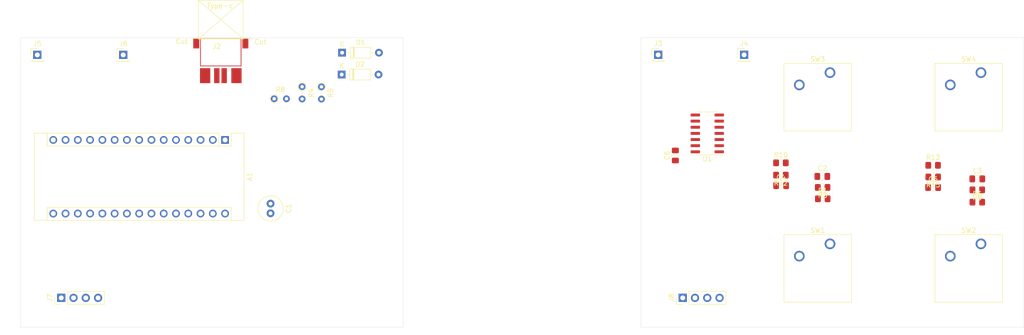
<source format=kicad_pcb>
(kicad_pcb (version 20171130) (host pcbnew "(5.1.10)-1")

  (general
    (thickness 1.6)
    (drawings 15)
    (tracks 0)
    (zones 0)
    (modules 32)
    (nets 21)
  )

  (page A4)
  (layers
    (0 F.Cu signal)
    (31 B.Cu signal)
    (32 B.Adhes user)
    (33 F.Adhes user)
    (34 B.Paste user)
    (35 F.Paste user)
    (36 B.SilkS user)
    (37 F.SilkS user)
    (38 B.Mask user)
    (39 F.Mask user)
    (40 Dwgs.User user)
    (41 Cmts.User user)
    (42 Eco1.User user)
    (43 Eco2.User user)
    (44 Edge.Cuts user)
    (45 Margin user)
    (46 B.CrtYd user)
    (47 F.CrtYd user)
    (48 B.Fab user)
    (49 F.Fab user)
  )

  (setup
    (last_trace_width 0.25)
    (trace_clearance 0.2)
    (zone_clearance 0.508)
    (zone_45_only no)
    (trace_min 0.2)
    (via_size 0.8)
    (via_drill 0.4)
    (via_min_size 0.4)
    (via_min_drill 0.3)
    (uvia_size 0.3)
    (uvia_drill 0.1)
    (uvias_allowed no)
    (uvia_min_size 0.2)
    (uvia_min_drill 0.1)
    (edge_width 0.05)
    (segment_width 0.2)
    (pcb_text_width 0.3)
    (pcb_text_size 1.5 1.5)
    (mod_edge_width 0.12)
    (mod_text_size 1 1)
    (mod_text_width 0.15)
    (pad_size 1.524 1.524)
    (pad_drill 0.762)
    (pad_to_mask_clearance 0)
    (aux_axis_origin 0 0)
    (visible_elements 7FFFFFFF)
    (pcbplotparams
      (layerselection 0x010fc_ffffffff)
      (usegerberextensions false)
      (usegerberattributes true)
      (usegerberadvancedattributes true)
      (creategerberjobfile true)
      (excludeedgelayer true)
      (linewidth 0.100000)
      (plotframeref false)
      (viasonmask false)
      (mode 1)
      (useauxorigin false)
      (hpglpennumber 1)
      (hpglpenspeed 20)
      (hpglpendiameter 15.000000)
      (psnegative false)
      (psa4output false)
      (plotreference true)
      (plotvalue true)
      (plotinvisibletext false)
      (padsonsilk false)
      (subtractmaskfromsilk false)
      (outputformat 1)
      (mirror false)
      (drillshape 1)
      (scaleselection 1)
      (outputdirectory ""))
  )

  (net 0 "")
  (net 1 /U_vcc)
  (net 2 GND)
  (net 3 /5V_Ard)
  (net 4 /Butt2)
  (net 5 /D_pullup)
  (net 6 /D-)
  (net 7 /Butt1)
  (net 8 /D+)
  (net 9 "Net-(C2-Pad1)")
  (net 10 "Net-(C4-Pad1)")
  (net 11 "Net-(R10-Pad2)")
  (net 12 /Butt3)
  (net 13 /Butt4)
  (net 14 "Net-(C3-Pad1)")
  (net 15 "Net-(C5-Pad1)")
  (net 16 "Net-(J2-Pad2)")
  (net 17 "Net-(J2-Pad3)")
  (net 18 "Net-(R1-Pad2)")
  (net 19 "Net-(R6-Pad2)")
  (net 20 "Net-(R13-Pad2)")

  (net_class Default "This is the default net class."
    (clearance 0.2)
    (trace_width 0.25)
    (via_dia 0.8)
    (via_drill 0.4)
    (uvia_dia 0.3)
    (uvia_drill 0.1)
    (add_net /5V_Ard)
    (add_net /Butt1)
    (add_net /Butt2)
    (add_net /Butt3)
    (add_net /Butt4)
    (add_net /D+)
    (add_net /D-)
    (add_net /D_pullup)
    (add_net /U_vcc)
    (add_net GND)
    (add_net "Net-(A1-Pad1)")
    (add_net "Net-(A1-Pad14)")
    (add_net "Net-(A1-Pad15)")
    (add_net "Net-(A1-Pad16)")
    (add_net "Net-(A1-Pad17)")
    (add_net "Net-(A1-Pad18)")
    (add_net "Net-(A1-Pad19)")
    (add_net "Net-(A1-Pad2)")
    (add_net "Net-(A1-Pad20)")
    (add_net "Net-(A1-Pad21)")
    (add_net "Net-(A1-Pad22)")
    (add_net "Net-(A1-Pad23)")
    (add_net "Net-(A1-Pad24)")
    (add_net "Net-(A1-Pad25)")
    (add_net "Net-(A1-Pad26)")
    (add_net "Net-(A1-Pad28)")
    (add_net "Net-(A1-Pad3)")
    (add_net "Net-(A1-Pad6)")
    (add_net "Net-(A1-Pad9)")
    (add_net "Net-(C2-Pad1)")
    (add_net "Net-(C3-Pad1)")
    (add_net "Net-(C4-Pad1)")
    (add_net "Net-(C5-Pad1)")
    (add_net "Net-(J2-Pad2)")
    (add_net "Net-(J2-Pad3)")
    (add_net "Net-(R1-Pad2)")
    (add_net "Net-(R10-Pad2)")
    (add_net "Net-(R13-Pad2)")
    (add_net "Net-(R6-Pad2)")
  )

  (module Capacitor_THT:C_Radial_D5.0mm_H11.0mm_P2.00mm (layer F.Cu) (tedit 5BC5C9B9) (tstamp 6180C622)
    (at 75.7 54.4 270)
    (descr "C, Radial series, Radial, pin pitch=2.00mm, diameter=5mm, height=11mm, Non-Polar Electrolytic Capacitor")
    (tags "C Radial series Radial pin pitch 2.00mm diameter 5mm height 11mm Non-Polar Electrolytic Capacitor")
    (path /6183595C)
    (fp_text reference C1 (at 1 -3.75 90) (layer F.SilkS)
      (effects (font (size 1 1) (thickness 0.15)))
    )
    (fp_text value "100uF 5X11" (at 1 3.75 90) (layer F.Fab)
      (effects (font (size 1 1) (thickness 0.15)))
    )
    (fp_text user %R (at 1 0 90) (layer F.Fab)
      (effects (font (size 1 1) (thickness 0.15)))
    )
    (fp_circle (center 1 0) (end 3.5 0) (layer F.Fab) (width 0.1))
    (fp_circle (center 1 0) (end 3.62 0) (layer F.SilkS) (width 0.12))
    (fp_circle (center 1 0) (end 3.75 0) (layer F.CrtYd) (width 0.05))
    (pad 2 thru_hole circle (at 2 0 270) (size 1.6 1.6) (drill 0.8) (layers *.Cu *.Mask)
      (net 2 GND))
    (pad 1 thru_hole circle (at 0 0 270) (size 1.6 1.6) (drill 0.8) (layers *.Cu *.Mask)
      (net 1 /U_vcc))
    (model ${KISYS3DMOD}/Capacitor_THT.3dshapes/C_Radial_D5.0mm_H11.0mm_P2.00mm.wrl
      (at (xyz 0 0 0))
      (scale (xyz 1 1 1))
      (rotate (xyz 0 0 0))
    )
  )

  (module usb_type_c_female_board_Aliexpress:usb_type_c_female_board_Aliexpress (layer F.Cu) (tedit 6195558D) (tstamp 61810CE7)
    (at 64.7065 20.955 180)
    (path /6192F545)
    (fp_text reference J2 (at 0.127 -0.889 180) (layer F.SilkS)
      (effects (font (size 1 1) (thickness 0.15)))
    )
    (fp_text value USB (at -6.35 -4.191 180) (layer F.Fab)
      (effects (font (size 1 1) (thickness 0.15)))
    )
    (fp_line (start -5.207 -5.334) (end 3.793 -5.334) (layer B.CrtYd) (width 0.12))
    (fp_line (start 3.683 -5.334) (end 3.683 0.635) (layer F.Fab) (width 0.12))
    (fp_line (start 3.81 0.635) (end -5.207 0.635) (layer F.Fab) (width 0.12))
    (fp_line (start -5.08 -5.334) (end -5.08 0.635) (layer F.Fab) (width 0.12))
    (fp_line (start -5.941 -5.698) (end -5.941 1.402) (layer F.CrtYd) (width 0.05))
    (fp_line (start -5.941 -5.698) (end 4.572 -5.698) (layer F.CrtYd) (width 0.05))
    (fp_line (start 4.572 -5.686) (end 4.572 1.414) (layer F.CrtYd) (width 0.05))
    (fp_line (start -5.941 1.414) (end 4.572 1.414) (layer F.CrtYd) (width 0.05))
    (fp_line (start -5.334 0.635) (end -5.334 8.636) (layer F.SilkS) (width 0.12))
    (fp_line (start 3.937 0.635) (end 3.937 8.636) (layer F.SilkS) (width 0.12))
    (fp_line (start 3.937 8.636) (end -5.334 8.636) (layer F.SilkS) (width 0.12))
    (fp_line (start -5.334 8.636) (end 3.937 0.635) (layer F.SilkS) (width 0.12))
    (fp_line (start 3.937 0.635) (end -5.334 0.635) (layer F.SilkS) (width 0.12))
    (fp_line (start -5.334 0.635) (end 3.937 8.636) (layer F.SilkS) (width 0.12))
    (fp_line (start -5.334 0.635) (end -6.35 0.635) (layer F.CrtYd) (width 0.12))
    (fp_line (start 3.937 0.635) (end 4.953 0.635) (layer F.CrtYd) (width 0.12))
    (fp_line (start -6.35 0.635) (end -6.35 -1.365) (layer F.CrtYd) (width 0.12))
    (fp_line (start 4.953 0.635) (end 4.953 -1.365) (layer F.CrtYd) (width 0.12))
    (fp_line (start -5.207 -1.397) (end -6.35 -1.397) (layer F.CrtYd) (width 0.12))
    (fp_line (start 4.953 -1.397) (end 3.81 -1.397) (layer F.CrtYd) (width 0.12))
    (fp_line (start -6.985 0.762) (end 5.207 0.762) (layer F.SilkS) (width 0.12))
    (fp_text user Cut (at -8.89 0 180) (layer F.SilkS)
      (effects (font (size 1 1) (thickness 0.15)))
    )
    (fp_text user Cut (at 7.366 0.127 180) (layer F.SilkS)
      (effects (font (size 1 1) (thickness 0.15)))
    )
    (fp_text user Type-c (at -0.508 7.493 180) (layer F.SilkS)
      (effects (font (size 1 1) (thickness 0.15)))
    )
    (pad 4 smd custom (at -5.842 -0.381 180) (size 1 1) (layers F.Cu F.Paste F.Mask)
      (net 2 GND)
      (options (clearance outline) (anchor circle))
      (primitives
        (gr_poly (pts
           (xy 0.635 1.016) (xy -0.508 1.016) (xy -0.508 -0.889) (xy 0.635 -0.889)) (width 0.1))
      ))
    (pad 4 smd custom (at 4.318 -0.381 180) (size 1 1) (layers F.Cu F.Paste F.Mask)
      (net 2 GND)
      (options (clearance outline) (anchor circle))
      (primitives
        (gr_poly (pts
           (xy 0.635 1.016) (xy -0.508 1.016) (xy -0.508 -0.889) (xy 0.635 -0.889)) (width 0.1))
      ))
    (pad 1 smd custom (at 2.54 -7.747 180) (size 1.524 1.524) (layers F.Cu F.Paste F.Mask)
      (net 1 /U_vcc)
      (options (clearance outline) (anchor circle))
      (primitives
        (gr_poly (pts
           (xy 1.016 2.286) (xy -1.016 2.286) (xy -1.016 -0.714) (xy 1.016 -0.714)) (width 0.1))
      ))
    (pad 2 smd custom (at 0.127 -8.001 180) (size 1 1) (layers F.Cu F.Paste F.Mask)
      (net 16 "Net-(J2-Pad2)")
      (options (clearance outline) (anchor rect))
      (primitives
        (gr_poly (pts
           (xy 0.508 2.54) (xy -0.508 2.54) (xy -0.508 -0.46) (xy 0.508 -0.46)) (width 0.1))
      ))
    (pad 3 smd custom (at -1.397 -8.001 180) (size 1 1) (layers F.Cu F.Paste F.Mask)
      (net 17 "Net-(J2-Pad3)")
      (options (clearance outline) (anchor rect))
      (primitives
        (gr_poly (pts
           (xy 0.508 2.54) (xy -0.508 2.54) (xy -0.508 -0.46) (xy 0.508 -0.46)) (width 0.1))
      ))
    (pad 4 smd custom (at -3.937 -7.62 180) (size 1.524 1.524) (layers F.Cu F.Paste F.Mask)
      (net 2 GND)
      (options (clearance outline) (anchor circle))
      (primitives
        (gr_poly (pts
           (xy 1.016 2.159) (xy -1.016 2.159) (xy -1.016 -0.841) (xy 1.016 -0.841)) (width 0.1))
      ))
  )

  (module Diode_THT:D_DO-35_SOD27_P7.62mm_Horizontal (layer F.Cu) (tedit 5AE50CD5) (tstamp 6180CED9)
    (at 90.424 27.686)
    (descr "Diode, DO-35_SOD27 series, Axial, Horizontal, pin pitch=7.62mm, , length*diameter=4*2mm^2, , http://www.diodes.com/_files/packages/DO-35.pdf")
    (tags "Diode DO-35_SOD27 series Axial Horizontal pin pitch 7.62mm  length 4mm diameter 2mm")
    (path /6192F512)
    (fp_text reference D2 (at 3.81 -2.12) (layer F.SilkS)
      (effects (font (size 1 1) (thickness 0.15)))
    )
    (fp_text value 3.6V (at 3.81 2.12) (layer F.Fab)
      (effects (font (size 1 1) (thickness 0.15)))
    )
    (fp_line (start 8.67 -1.25) (end -1.05 -1.25) (layer F.CrtYd) (width 0.05))
    (fp_line (start 8.67 1.25) (end 8.67 -1.25) (layer F.CrtYd) (width 0.05))
    (fp_line (start -1.05 1.25) (end 8.67 1.25) (layer F.CrtYd) (width 0.05))
    (fp_line (start -1.05 -1.25) (end -1.05 1.25) (layer F.CrtYd) (width 0.05))
    (fp_line (start 2.29 -1.12) (end 2.29 1.12) (layer F.SilkS) (width 0.12))
    (fp_line (start 2.53 -1.12) (end 2.53 1.12) (layer F.SilkS) (width 0.12))
    (fp_line (start 2.41 -1.12) (end 2.41 1.12) (layer F.SilkS) (width 0.12))
    (fp_line (start 6.58 0) (end 5.93 0) (layer F.SilkS) (width 0.12))
    (fp_line (start 1.04 0) (end 1.69 0) (layer F.SilkS) (width 0.12))
    (fp_line (start 5.93 -1.12) (end 1.69 -1.12) (layer F.SilkS) (width 0.12))
    (fp_line (start 5.93 1.12) (end 5.93 -1.12) (layer F.SilkS) (width 0.12))
    (fp_line (start 1.69 1.12) (end 5.93 1.12) (layer F.SilkS) (width 0.12))
    (fp_line (start 1.69 -1.12) (end 1.69 1.12) (layer F.SilkS) (width 0.12))
    (fp_line (start 2.31 -1) (end 2.31 1) (layer F.Fab) (width 0.1))
    (fp_line (start 2.51 -1) (end 2.51 1) (layer F.Fab) (width 0.1))
    (fp_line (start 2.41 -1) (end 2.41 1) (layer F.Fab) (width 0.1))
    (fp_line (start 7.62 0) (end 5.81 0) (layer F.Fab) (width 0.1))
    (fp_line (start 0 0) (end 1.81 0) (layer F.Fab) (width 0.1))
    (fp_line (start 5.81 -1) (end 1.81 -1) (layer F.Fab) (width 0.1))
    (fp_line (start 5.81 1) (end 5.81 -1) (layer F.Fab) (width 0.1))
    (fp_line (start 1.81 1) (end 5.81 1) (layer F.Fab) (width 0.1))
    (fp_line (start 1.81 -1) (end 1.81 1) (layer F.Fab) (width 0.1))
    (fp_text user K (at 0 -1.8) (layer F.SilkS)
      (effects (font (size 1 1) (thickness 0.15)))
    )
    (fp_text user K (at 0 -1.8) (layer F.Fab)
      (effects (font (size 1 1) (thickness 0.15)))
    )
    (fp_text user %R (at 4.11 0) (layer F.Fab)
      (effects (font (size 0.8 0.8) (thickness 0.12)))
    )
    (pad 2 thru_hole oval (at 7.62 0) (size 1.6 1.6) (drill 0.8) (layers *.Cu *.Mask)
      (net 2 GND))
    (pad 1 thru_hole rect (at 0 0) (size 1.6 1.6) (drill 0.8) (layers *.Cu *.Mask)
      (net 8 /D+))
    (model ${KISYS3DMOD}/Diode_THT.3dshapes/D_DO-35_SOD27_P7.62mm_Horizontal.wrl
      (at (xyz 0 0 0))
      (scale (xyz 1 1 1))
      (rotate (xyz 0 0 0))
    )
  )

  (module Diode_THT:D_DO-35_SOD27_P7.62mm_Horizontal (layer F.Cu) (tedit 5AE50CD5) (tstamp 6180C685)
    (at 90.5129 23.1648)
    (descr "Diode, DO-35_SOD27 series, Axial, Horizontal, pin pitch=7.62mm, , length*diameter=4*2mm^2, , http://www.diodes.com/_files/packages/DO-35.pdf")
    (tags "Diode DO-35_SOD27 series Axial Horizontal pin pitch 7.62mm  length 4mm diameter 2mm")
    (path /6192F51B)
    (fp_text reference D1 (at 3.81 -2.12) (layer F.SilkS)
      (effects (font (size 1 1) (thickness 0.15)))
    )
    (fp_text value 3.6V (at 3.81 2.12) (layer F.Fab)
      (effects (font (size 1 1) (thickness 0.15)))
    )
    (fp_line (start 8.67 -1.25) (end -1.05 -1.25) (layer F.CrtYd) (width 0.05))
    (fp_line (start 8.67 1.25) (end 8.67 -1.25) (layer F.CrtYd) (width 0.05))
    (fp_line (start -1.05 1.25) (end 8.67 1.25) (layer F.CrtYd) (width 0.05))
    (fp_line (start -1.05 -1.25) (end -1.05 1.25) (layer F.CrtYd) (width 0.05))
    (fp_line (start 2.29 -1.12) (end 2.29 1.12) (layer F.SilkS) (width 0.12))
    (fp_line (start 2.53 -1.12) (end 2.53 1.12) (layer F.SilkS) (width 0.12))
    (fp_line (start 2.41 -1.12) (end 2.41 1.12) (layer F.SilkS) (width 0.12))
    (fp_line (start 6.58 0) (end 5.93 0) (layer F.SilkS) (width 0.12))
    (fp_line (start 1.04 0) (end 1.69 0) (layer F.SilkS) (width 0.12))
    (fp_line (start 5.93 -1.12) (end 1.69 -1.12) (layer F.SilkS) (width 0.12))
    (fp_line (start 5.93 1.12) (end 5.93 -1.12) (layer F.SilkS) (width 0.12))
    (fp_line (start 1.69 1.12) (end 5.93 1.12) (layer F.SilkS) (width 0.12))
    (fp_line (start 1.69 -1.12) (end 1.69 1.12) (layer F.SilkS) (width 0.12))
    (fp_line (start 2.31 -1) (end 2.31 1) (layer F.Fab) (width 0.1))
    (fp_line (start 2.51 -1) (end 2.51 1) (layer F.Fab) (width 0.1))
    (fp_line (start 2.41 -1) (end 2.41 1) (layer F.Fab) (width 0.1))
    (fp_line (start 7.62 0) (end 5.81 0) (layer F.Fab) (width 0.1))
    (fp_line (start 0 0) (end 1.81 0) (layer F.Fab) (width 0.1))
    (fp_line (start 5.81 -1) (end 1.81 -1) (layer F.Fab) (width 0.1))
    (fp_line (start 5.81 1) (end 5.81 -1) (layer F.Fab) (width 0.1))
    (fp_line (start 1.81 1) (end 5.81 1) (layer F.Fab) (width 0.1))
    (fp_line (start 1.81 -1) (end 1.81 1) (layer F.Fab) (width 0.1))
    (fp_text user K (at 0 -1.8) (layer F.SilkS)
      (effects (font (size 1 1) (thickness 0.15)))
    )
    (fp_text user K (at 0 -1.8) (layer F.Fab)
      (effects (font (size 1 1) (thickness 0.15)))
    )
    (fp_text user %R (at 4.11 0) (layer F.Fab)
      (effects (font (size 0.8 0.8) (thickness 0.12)))
    )
    (pad 2 thru_hole oval (at 7.62 0) (size 1.6 1.6) (drill 0.8) (layers *.Cu *.Mask)
      (net 2 GND))
    (pad 1 thru_hole rect (at 0 0) (size 1.6 1.6) (drill 0.8) (layers *.Cu *.Mask)
      (net 6 /D-))
    (model ${KISYS3DMOD}/Diode_THT.3dshapes/D_DO-35_SOD27_P7.62mm_Horizontal.wrl
      (at (xyz 0 0 0))
      (scale (xyz 1 1 1))
      (rotate (xyz 0 0 0))
    )
  )

  (module Button_Switch_Keyboard:SW_Cherry_MX_1.00u_Plate (layer F.Cu) (tedit 5A02FE24) (tstamp 61949F04)
    (at 222.7199 27.2923)
    (descr "Cherry MX keyswitch, 1.00u, plate mount, http://cherryamericas.com/wp-content/uploads/2014/12/mx_cat.pdf")
    (tags "Cherry MX keyswitch 1.00u plate")
    (path /6198DD4B)
    (fp_text reference SW4 (at -2.54 -2.794) (layer F.SilkS)
      (effects (font (size 1 1) (thickness 0.15)))
    )
    (fp_text value SW_Push (at -2.54 12.954) (layer F.Fab)
      (effects (font (size 1 1) (thickness 0.15)))
    )
    (fp_line (start -9.525 12.065) (end -9.525 -1.905) (layer F.SilkS) (width 0.12))
    (fp_line (start 4.445 12.065) (end -9.525 12.065) (layer F.SilkS) (width 0.12))
    (fp_line (start 4.445 -1.905) (end 4.445 12.065) (layer F.SilkS) (width 0.12))
    (fp_line (start -9.525 -1.905) (end 4.445 -1.905) (layer F.SilkS) (width 0.12))
    (fp_line (start -12.065 14.605) (end -12.065 -4.445) (layer Dwgs.User) (width 0.15))
    (fp_line (start 6.985 14.605) (end -12.065 14.605) (layer Dwgs.User) (width 0.15))
    (fp_line (start 6.985 -4.445) (end 6.985 14.605) (layer Dwgs.User) (width 0.15))
    (fp_line (start -12.065 -4.445) (end 6.985 -4.445) (layer Dwgs.User) (width 0.15))
    (fp_line (start -9.14 -1.52) (end 4.06 -1.52) (layer F.CrtYd) (width 0.05))
    (fp_line (start 4.06 -1.52) (end 4.06 11.68) (layer F.CrtYd) (width 0.05))
    (fp_line (start 4.06 11.68) (end -9.14 11.68) (layer F.CrtYd) (width 0.05))
    (fp_line (start -9.14 11.68) (end -9.14 -1.52) (layer F.CrtYd) (width 0.05))
    (fp_line (start -8.89 11.43) (end -8.89 -1.27) (layer F.Fab) (width 0.1))
    (fp_line (start 3.81 11.43) (end -8.89 11.43) (layer F.Fab) (width 0.1))
    (fp_line (start 3.81 -1.27) (end 3.81 11.43) (layer F.Fab) (width 0.1))
    (fp_line (start -8.89 -1.27) (end 3.81 -1.27) (layer F.Fab) (width 0.1))
    (fp_text user %R (at -2.54 -2.794) (layer F.Fab)
      (effects (font (size 1 1) (thickness 0.15)))
    )
    (pad "" np_thru_hole circle (at -2.54 5.08) (size 4 4) (drill 4) (layers *.Cu *.Mask))
    (pad 2 thru_hole circle (at -6.35 2.54) (size 2.2 2.2) (drill 1.5) (layers *.Cu *.Mask)
      (net 20 "Net-(R13-Pad2)"))
    (pad 1 thru_hole circle (at 0 0) (size 2.2 2.2) (drill 1.5) (layers *.Cu *.Mask)
      (net 2 GND))
    (model ${KISYS3DMOD}/Button_Switch_Keyboard.3dshapes/SW_Cherry_MX_1.00u_Plate.wrl
      (at (xyz 0 0 0))
      (scale (xyz 1 1 1))
      (rotate (xyz 0 0 0))
    )
  )

  (module Button_Switch_Keyboard:SW_Cherry_MX_1.00u_Plate (layer F.Cu) (tedit 5A02FE24) (tstamp 61949EEC)
    (at 191.4779 27.2923)
    (descr "Cherry MX keyswitch, 1.00u, plate mount, http://cherryamericas.com/wp-content/uploads/2014/12/mx_cat.pdf")
    (tags "Cherry MX keyswitch 1.00u plate")
    (path /6198DCDD)
    (fp_text reference SW3 (at -2.54 -2.794) (layer F.SilkS)
      (effects (font (size 1 1) (thickness 0.15)))
    )
    (fp_text value SW_Push (at -2.54 12.954) (layer F.Fab)
      (effects (font (size 1 1) (thickness 0.15)))
    )
    (fp_line (start -9.525 12.065) (end -9.525 -1.905) (layer F.SilkS) (width 0.12))
    (fp_line (start 4.445 12.065) (end -9.525 12.065) (layer F.SilkS) (width 0.12))
    (fp_line (start 4.445 -1.905) (end 4.445 12.065) (layer F.SilkS) (width 0.12))
    (fp_line (start -9.525 -1.905) (end 4.445 -1.905) (layer F.SilkS) (width 0.12))
    (fp_line (start -12.065 14.605) (end -12.065 -4.445) (layer Dwgs.User) (width 0.15))
    (fp_line (start 6.985 14.605) (end -12.065 14.605) (layer Dwgs.User) (width 0.15))
    (fp_line (start 6.985 -4.445) (end 6.985 14.605) (layer Dwgs.User) (width 0.15))
    (fp_line (start -12.065 -4.445) (end 6.985 -4.445) (layer Dwgs.User) (width 0.15))
    (fp_line (start -9.14 -1.52) (end 4.06 -1.52) (layer F.CrtYd) (width 0.05))
    (fp_line (start 4.06 -1.52) (end 4.06 11.68) (layer F.CrtYd) (width 0.05))
    (fp_line (start 4.06 11.68) (end -9.14 11.68) (layer F.CrtYd) (width 0.05))
    (fp_line (start -9.14 11.68) (end -9.14 -1.52) (layer F.CrtYd) (width 0.05))
    (fp_line (start -8.89 11.43) (end -8.89 -1.27) (layer F.Fab) (width 0.1))
    (fp_line (start 3.81 11.43) (end -8.89 11.43) (layer F.Fab) (width 0.1))
    (fp_line (start 3.81 -1.27) (end 3.81 11.43) (layer F.Fab) (width 0.1))
    (fp_line (start -8.89 -1.27) (end 3.81 -1.27) (layer F.Fab) (width 0.1))
    (fp_text user %R (at -2.54 -2.794) (layer F.Fab)
      (effects (font (size 1 1) (thickness 0.15)))
    )
    (pad "" np_thru_hole circle (at -2.54 5.08) (size 4 4) (drill 4) (layers *.Cu *.Mask))
    (pad 2 thru_hole circle (at -6.35 2.54) (size 2.2 2.2) (drill 1.5) (layers *.Cu *.Mask)
      (net 11 "Net-(R10-Pad2)"))
    (pad 1 thru_hole circle (at 0 0) (size 2.2 2.2) (drill 1.5) (layers *.Cu *.Mask)
      (net 2 GND))
    (model ${KISYS3DMOD}/Button_Switch_Keyboard.3dshapes/SW_Cherry_MX_1.00u_Plate.wrl
      (at (xyz 0 0 0))
      (scale (xyz 1 1 1))
      (rotate (xyz 0 0 0))
    )
  )

  (module Resistor_SMD:R_0805_2012Metric_Pad1.20x1.40mm_HandSolder (layer F.Cu) (tedit 5F68FEEE) (tstamp 61949E78)
    (at 212.8299 48.8823 180)
    (descr "Resistor SMD 0805 (2012 Metric), square (rectangular) end terminal, IPC_7351 nominal with elongated pad for handsoldering. (Body size source: IPC-SM-782 page 72, https://www.pcb-3d.com/wordpress/wp-content/uploads/ipc-sm-782a_amendment_1_and_2.pdf), generated with kicad-footprint-generator")
    (tags "resistor handsolder")
    (path /6198DD2C)
    (attr smd)
    (fp_text reference R15 (at 0 -1.65) (layer F.SilkS)
      (effects (font (size 1 1) (thickness 0.15)))
    )
    (fp_text value 100k (at 0 1.65) (layer F.Fab)
      (effects (font (size 1 1) (thickness 0.15)))
    )
    (fp_line (start 1.85 0.95) (end -1.85 0.95) (layer F.CrtYd) (width 0.05))
    (fp_line (start 1.85 -0.95) (end 1.85 0.95) (layer F.CrtYd) (width 0.05))
    (fp_line (start -1.85 -0.95) (end 1.85 -0.95) (layer F.CrtYd) (width 0.05))
    (fp_line (start -1.85 0.95) (end -1.85 -0.95) (layer F.CrtYd) (width 0.05))
    (fp_line (start -0.227064 0.735) (end 0.227064 0.735) (layer F.SilkS) (width 0.12))
    (fp_line (start -0.227064 -0.735) (end 0.227064 -0.735) (layer F.SilkS) (width 0.12))
    (fp_line (start 1 0.625) (end -1 0.625) (layer F.Fab) (width 0.1))
    (fp_line (start 1 -0.625) (end 1 0.625) (layer F.Fab) (width 0.1))
    (fp_line (start -1 -0.625) (end 1 -0.625) (layer F.Fab) (width 0.1))
    (fp_line (start -1 0.625) (end -1 -0.625) (layer F.Fab) (width 0.1))
    (fp_text user %R (at 0 0) (layer F.Fab)
      (effects (font (size 0.5 0.5) (thickness 0.08)))
    )
    (pad 2 smd roundrect (at 1 0 180) (size 1.2 1.4) (layers F.Cu F.Paste F.Mask) (roundrect_rratio 0.208333)
      (net 15 "Net-(C5-Pad1)"))
    (pad 1 smd roundrect (at -1 0 180) (size 1.2 1.4) (layers F.Cu F.Paste F.Mask) (roundrect_rratio 0.208333)
      (net 20 "Net-(R13-Pad2)"))
    (model ${KISYS3DMOD}/Resistor_SMD.3dshapes/R_0805_2012Metric.wrl
      (at (xyz 0 0 0))
      (scale (xyz 1 1 1))
      (rotate (xyz 0 0 0))
    )
  )

  (module Resistor_SMD:R_0805_2012Metric_Pad1.20x1.40mm_HandSolder (layer F.Cu) (tedit 5F68FEEE) (tstamp 61949E56)
    (at 212.8139 46.4693)
    (descr "Resistor SMD 0805 (2012 Metric), square (rectangular) end terminal, IPC_7351 nominal with elongated pad for handsoldering. (Body size source: IPC-SM-782 page 72, https://www.pcb-3d.com/wordpress/wp-content/uploads/ipc-sm-782a_amendment_1_and_2.pdf), generated with kicad-footprint-generator")
    (tags "resistor handsolder")
    (path /6198DD44)
    (attr smd)
    (fp_text reference R13 (at 0 -1.65) (layer F.SilkS)
      (effects (font (size 1 1) (thickness 0.15)))
    )
    (fp_text value 10k (at 0 1.65) (layer F.Fab)
      (effects (font (size 1 1) (thickness 0.15)))
    )
    (fp_line (start 1.85 0.95) (end -1.85 0.95) (layer F.CrtYd) (width 0.05))
    (fp_line (start 1.85 -0.95) (end 1.85 0.95) (layer F.CrtYd) (width 0.05))
    (fp_line (start -1.85 -0.95) (end 1.85 -0.95) (layer F.CrtYd) (width 0.05))
    (fp_line (start -1.85 0.95) (end -1.85 -0.95) (layer F.CrtYd) (width 0.05))
    (fp_line (start -0.227064 0.735) (end 0.227064 0.735) (layer F.SilkS) (width 0.12))
    (fp_line (start -0.227064 -0.735) (end 0.227064 -0.735) (layer F.SilkS) (width 0.12))
    (fp_line (start 1 0.625) (end -1 0.625) (layer F.Fab) (width 0.1))
    (fp_line (start 1 -0.625) (end 1 0.625) (layer F.Fab) (width 0.1))
    (fp_line (start -1 -0.625) (end 1 -0.625) (layer F.Fab) (width 0.1))
    (fp_line (start -1 0.625) (end -1 -0.625) (layer F.Fab) (width 0.1))
    (fp_text user %R (at 0 0) (layer F.Fab)
      (effects (font (size 0.5 0.5) (thickness 0.08)))
    )
    (pad 2 smd roundrect (at 1 0) (size 1.2 1.4) (layers F.Cu F.Paste F.Mask) (roundrect_rratio 0.208333)
      (net 20 "Net-(R13-Pad2)"))
    (pad 1 smd roundrect (at -1 0) (size 1.2 1.4) (layers F.Cu F.Paste F.Mask) (roundrect_rratio 0.208333)
      (net 3 /5V_Ard))
    (model ${KISYS3DMOD}/Resistor_SMD.3dshapes/R_0805_2012Metric.wrl
      (at (xyz 0 0 0))
      (scale (xyz 1 1 1))
      (rotate (xyz 0 0 0))
    )
  )

  (module Resistor_SMD:R_0805_2012Metric_Pad1.20x1.40mm_HandSolder (layer F.Cu) (tedit 5F68FEEE) (tstamp 61949E45)
    (at 181.3179 48.5013 180)
    (descr "Resistor SMD 0805 (2012 Metric), square (rectangular) end terminal, IPC_7351 nominal with elongated pad for handsoldering. (Body size source: IPC-SM-782 page 72, https://www.pcb-3d.com/wordpress/wp-content/uploads/ipc-sm-782a_amendment_1_and_2.pdf), generated with kicad-footprint-generator")
    (tags "resistor handsolder")
    (path /6198DCFC)
    (attr smd)
    (fp_text reference R12 (at 0 -1.65) (layer F.SilkS)
      (effects (font (size 1 1) (thickness 0.15)))
    )
    (fp_text value 100k (at 0 1.65) (layer F.Fab)
      (effects (font (size 1 1) (thickness 0.15)))
    )
    (fp_line (start 1.85 0.95) (end -1.85 0.95) (layer F.CrtYd) (width 0.05))
    (fp_line (start 1.85 -0.95) (end 1.85 0.95) (layer F.CrtYd) (width 0.05))
    (fp_line (start -1.85 -0.95) (end 1.85 -0.95) (layer F.CrtYd) (width 0.05))
    (fp_line (start -1.85 0.95) (end -1.85 -0.95) (layer F.CrtYd) (width 0.05))
    (fp_line (start -0.227064 0.735) (end 0.227064 0.735) (layer F.SilkS) (width 0.12))
    (fp_line (start -0.227064 -0.735) (end 0.227064 -0.735) (layer F.SilkS) (width 0.12))
    (fp_line (start 1 0.625) (end -1 0.625) (layer F.Fab) (width 0.1))
    (fp_line (start 1 -0.625) (end 1 0.625) (layer F.Fab) (width 0.1))
    (fp_line (start -1 -0.625) (end 1 -0.625) (layer F.Fab) (width 0.1))
    (fp_line (start -1 0.625) (end -1 -0.625) (layer F.Fab) (width 0.1))
    (fp_text user %R (at 0 0) (layer F.Fab)
      (effects (font (size 0.5 0.5) (thickness 0.08)))
    )
    (pad 2 smd roundrect (at 1 0 180) (size 1.2 1.4) (layers F.Cu F.Paste F.Mask) (roundrect_rratio 0.208333)
      (net 10 "Net-(C4-Pad1)"))
    (pad 1 smd roundrect (at -1 0 180) (size 1.2 1.4) (layers F.Cu F.Paste F.Mask) (roundrect_rratio 0.208333)
      (net 11 "Net-(R10-Pad2)"))
    (model ${KISYS3DMOD}/Resistor_SMD.3dshapes/R_0805_2012Metric.wrl
      (at (xyz 0 0 0))
      (scale (xyz 1 1 1))
      (rotate (xyz 0 0 0))
    )
  )

  (module Resistor_SMD:R_0805_2012Metric_Pad1.20x1.40mm_HandSolder (layer F.Cu) (tedit 5F68FEEE) (tstamp 61949E23)
    (at 181.3179 45.9613)
    (descr "Resistor SMD 0805 (2012 Metric), square (rectangular) end terminal, IPC_7351 nominal with elongated pad for handsoldering. (Body size source: IPC-SM-782 page 72, https://www.pcb-3d.com/wordpress/wp-content/uploads/ipc-sm-782a_amendment_1_and_2.pdf), generated with kicad-footprint-generator")
    (tags "resistor handsolder")
    (path /6198DCE4)
    (attr smd)
    (fp_text reference R10 (at 0 -1.65) (layer F.SilkS)
      (effects (font (size 1 1) (thickness 0.15)))
    )
    (fp_text value 10k (at 0 1.65) (layer F.Fab)
      (effects (font (size 1 1) (thickness 0.15)))
    )
    (fp_line (start 1.85 0.95) (end -1.85 0.95) (layer F.CrtYd) (width 0.05))
    (fp_line (start 1.85 -0.95) (end 1.85 0.95) (layer F.CrtYd) (width 0.05))
    (fp_line (start -1.85 -0.95) (end 1.85 -0.95) (layer F.CrtYd) (width 0.05))
    (fp_line (start -1.85 0.95) (end -1.85 -0.95) (layer F.CrtYd) (width 0.05))
    (fp_line (start -0.227064 0.735) (end 0.227064 0.735) (layer F.SilkS) (width 0.12))
    (fp_line (start -0.227064 -0.735) (end 0.227064 -0.735) (layer F.SilkS) (width 0.12))
    (fp_line (start 1 0.625) (end -1 0.625) (layer F.Fab) (width 0.1))
    (fp_line (start 1 -0.625) (end 1 0.625) (layer F.Fab) (width 0.1))
    (fp_line (start -1 -0.625) (end 1 -0.625) (layer F.Fab) (width 0.1))
    (fp_line (start -1 0.625) (end -1 -0.625) (layer F.Fab) (width 0.1))
    (fp_text user %R (at 0 0) (layer F.Fab)
      (effects (font (size 0.5 0.5) (thickness 0.08)))
    )
    (pad 2 smd roundrect (at 1 0) (size 1.2 1.4) (layers F.Cu F.Paste F.Mask) (roundrect_rratio 0.208333)
      (net 11 "Net-(R10-Pad2)"))
    (pad 1 smd roundrect (at -1 0) (size 1.2 1.4) (layers F.Cu F.Paste F.Mask) (roundrect_rratio 0.208333)
      (net 3 /5V_Ard))
    (model ${KISYS3DMOD}/Resistor_SMD.3dshapes/R_0805_2012Metric.wrl
      (at (xyz 0 0 0))
      (scale (xyz 1 1 1))
      (rotate (xyz 0 0 0))
    )
  )

  (module Resistor_SMD:R_0805_2012Metric_Pad1.20x1.40mm_HandSolder (layer F.Cu) (tedit 5F68FEEE) (tstamp 6180C792)
    (at 221.9579 51.5493 180)
    (descr "Resistor SMD 0805 (2012 Metric), square (rectangular) end terminal, IPC_7351 nominal with elongated pad for handsoldering. (Body size source: IPC-SM-782 page 72, https://www.pcb-3d.com/wordpress/wp-content/uploads/ipc-sm-782a_amendment_1_and_2.pdf), generated with kicad-footprint-generator")
    (tags "resistor handsolder")
    (path /6186E060)
    (attr smd)
    (fp_text reference R9 (at 0 -1.65) (layer F.SilkS)
      (effects (font (size 1 1) (thickness 0.15)))
    )
    (fp_text value 100k (at 0 1.65) (layer F.Fab)
      (effects (font (size 1 1) (thickness 0.15)))
    )
    (fp_line (start 1.85 0.95) (end -1.85 0.95) (layer F.CrtYd) (width 0.05))
    (fp_line (start 1.85 -0.95) (end 1.85 0.95) (layer F.CrtYd) (width 0.05))
    (fp_line (start -1.85 -0.95) (end 1.85 -0.95) (layer F.CrtYd) (width 0.05))
    (fp_line (start -1.85 0.95) (end -1.85 -0.95) (layer F.CrtYd) (width 0.05))
    (fp_line (start -0.227064 0.735) (end 0.227064 0.735) (layer F.SilkS) (width 0.12))
    (fp_line (start -0.227064 -0.735) (end 0.227064 -0.735) (layer F.SilkS) (width 0.12))
    (fp_line (start 1 0.625) (end -1 0.625) (layer F.Fab) (width 0.1))
    (fp_line (start 1 -0.625) (end 1 0.625) (layer F.Fab) (width 0.1))
    (fp_line (start -1 -0.625) (end 1 -0.625) (layer F.Fab) (width 0.1))
    (fp_line (start -1 0.625) (end -1 -0.625) (layer F.Fab) (width 0.1))
    (fp_text user %R (at 0 0) (layer F.Fab)
      (effects (font (size 0.5 0.5) (thickness 0.08)))
    )
    (pad 2 smd roundrect (at 1 0 180) (size 1.2 1.4) (layers F.Cu F.Paste F.Mask) (roundrect_rratio 0.208333)
      (net 14 "Net-(C3-Pad1)"))
    (pad 1 smd roundrect (at -1 0 180) (size 1.2 1.4) (layers F.Cu F.Paste F.Mask) (roundrect_rratio 0.208333)
      (net 19 "Net-(R6-Pad2)"))
    (model ${KISYS3DMOD}/Resistor_SMD.3dshapes/R_0805_2012Metric.wrl
      (at (xyz 0 0 0))
      (scale (xyz 1 1 1))
      (rotate (xyz 0 0 0))
    )
  )

  (module Resistor_SMD:R_0805_2012Metric_Pad1.20x1.40mm_HandSolder (layer F.Cu) (tedit 5F68FEEE) (tstamp 6180C774)
    (at 221.9579 54.0893)
    (descr "Resistor SMD 0805 (2012 Metric), square (rectangular) end terminal, IPC_7351 nominal with elongated pad for handsoldering. (Body size source: IPC-SM-782 page 72, https://www.pcb-3d.com/wordpress/wp-content/uploads/ipc-sm-782a_amendment_1_and_2.pdf), generated with kicad-footprint-generator")
    (tags "resistor handsolder")
    (path /6186E045)
    (attr smd)
    (fp_text reference R6 (at 0 -1.651) (layer F.SilkS)
      (effects (font (size 1 1) (thickness 0.15)))
    )
    (fp_text value 10k (at 0 1.65) (layer F.Fab)
      (effects (font (size 1 1) (thickness 0.15)))
    )
    (fp_line (start 1.85 0.95) (end -1.85 0.95) (layer F.CrtYd) (width 0.05))
    (fp_line (start 1.85 -0.95) (end 1.85 0.95) (layer F.CrtYd) (width 0.05))
    (fp_line (start -1.85 -0.95) (end 1.85 -0.95) (layer F.CrtYd) (width 0.05))
    (fp_line (start -1.85 0.95) (end -1.85 -0.95) (layer F.CrtYd) (width 0.05))
    (fp_line (start -0.227064 0.735) (end 0.227064 0.735) (layer F.SilkS) (width 0.12))
    (fp_line (start -0.227064 -0.735) (end 0.227064 -0.735) (layer F.SilkS) (width 0.12))
    (fp_line (start 1 0.625) (end -1 0.625) (layer F.Fab) (width 0.1))
    (fp_line (start 1 -0.625) (end 1 0.625) (layer F.Fab) (width 0.1))
    (fp_line (start -1 -0.625) (end 1 -0.625) (layer F.Fab) (width 0.1))
    (fp_line (start -1 0.625) (end -1 -0.625) (layer F.Fab) (width 0.1))
    (fp_text user %R (at 0 0) (layer F.Fab)
      (effects (font (size 0.5 0.5) (thickness 0.08)))
    )
    (pad 2 smd roundrect (at 1 0) (size 1.2 1.4) (layers F.Cu F.Paste F.Mask) (roundrect_rratio 0.208333)
      (net 19 "Net-(R6-Pad2)"))
    (pad 1 smd roundrect (at -1 0) (size 1.2 1.4) (layers F.Cu F.Paste F.Mask) (roundrect_rratio 0.208333)
      (net 3 /5V_Ard))
    (model ${KISYS3DMOD}/Resistor_SMD.3dshapes/R_0805_2012Metric.wrl
      (at (xyz 0 0 0))
      (scale (xyz 1 1 1))
      (rotate (xyz 0 0 0))
    )
  )

  (module Resistor_SMD:R_0805_2012Metric_Pad1.20x1.40mm_HandSolder (layer F.Cu) (tedit 5F68FEEE) (tstamp 6180F989)
    (at 189.9539 51.0413 180)
    (descr "Resistor SMD 0805 (2012 Metric), square (rectangular) end terminal, IPC_7351 nominal with elongated pad for handsoldering. (Body size source: IPC-SM-782 page 72, https://www.pcb-3d.com/wordpress/wp-content/uploads/ipc-sm-782a_amendment_1_and_2.pdf), generated with kicad-footprint-generator")
    (tags "resistor handsolder")
    (path /61883E36)
    (attr smd)
    (fp_text reference R3 (at 0 -1.65) (layer F.SilkS)
      (effects (font (size 1 1) (thickness 0.15)))
    )
    (fp_text value 100k (at 0 1.65) (layer F.Fab)
      (effects (font (size 1 1) (thickness 0.15)))
    )
    (fp_line (start 1.85 0.95) (end -1.85 0.95) (layer F.CrtYd) (width 0.05))
    (fp_line (start 1.85 -0.95) (end 1.85 0.95) (layer F.CrtYd) (width 0.05))
    (fp_line (start -1.85 -0.95) (end 1.85 -0.95) (layer F.CrtYd) (width 0.05))
    (fp_line (start -1.85 0.95) (end -1.85 -0.95) (layer F.CrtYd) (width 0.05))
    (fp_line (start -0.227064 0.735) (end 0.227064 0.735) (layer F.SilkS) (width 0.12))
    (fp_line (start -0.227064 -0.735) (end 0.227064 -0.735) (layer F.SilkS) (width 0.12))
    (fp_line (start 1 0.625) (end -1 0.625) (layer F.Fab) (width 0.1))
    (fp_line (start 1 -0.625) (end 1 0.625) (layer F.Fab) (width 0.1))
    (fp_line (start -1 -0.625) (end 1 -0.625) (layer F.Fab) (width 0.1))
    (fp_line (start -1 0.625) (end -1 -0.625) (layer F.Fab) (width 0.1))
    (fp_text user %R (at 0 0) (layer F.Fab)
      (effects (font (size 0.5 0.5) (thickness 0.08)))
    )
    (pad 2 smd roundrect (at 1 0 180) (size 1.2 1.4) (layers F.Cu F.Paste F.Mask) (roundrect_rratio 0.208333)
      (net 9 "Net-(C2-Pad1)"))
    (pad 1 smd roundrect (at -1 0 180) (size 1.2 1.4) (layers F.Cu F.Paste F.Mask) (roundrect_rratio 0.208333)
      (net 18 "Net-(R1-Pad2)"))
    (model ${KISYS3DMOD}/Resistor_SMD.3dshapes/R_0805_2012Metric.wrl
      (at (xyz 0 0 0))
      (scale (xyz 1 1 1))
      (rotate (xyz 0 0 0))
    )
  )

  (module Resistor_SMD:R_0805_2012Metric_Pad1.20x1.40mm_HandSolder (layer F.Cu) (tedit 5F68FEEE) (tstamp 6180FA07)
    (at 189.976 53.4035)
    (descr "Resistor SMD 0805 (2012 Metric), square (rectangular) end terminal, IPC_7351 nominal with elongated pad for handsoldering. (Body size source: IPC-SM-782 page 72, https://www.pcb-3d.com/wordpress/wp-content/uploads/ipc-sm-782a_amendment_1_and_2.pdf), generated with kicad-footprint-generator")
    (tags "resistor handsolder")
    (path /61883E1E)
    (attr smd)
    (fp_text reference R1 (at 0 -1.65) (layer F.SilkS)
      (effects (font (size 1 1) (thickness 0.15)))
    )
    (fp_text value 10k (at 0 1.65) (layer F.Fab)
      (effects (font (size 1 1) (thickness 0.15)))
    )
    (fp_line (start 1.85 0.95) (end -1.85 0.95) (layer F.CrtYd) (width 0.05))
    (fp_line (start 1.85 -0.95) (end 1.85 0.95) (layer F.CrtYd) (width 0.05))
    (fp_line (start -1.85 -0.95) (end 1.85 -0.95) (layer F.CrtYd) (width 0.05))
    (fp_line (start -1.85 0.95) (end -1.85 -0.95) (layer F.CrtYd) (width 0.05))
    (fp_line (start -0.227064 0.735) (end 0.227064 0.735) (layer F.SilkS) (width 0.12))
    (fp_line (start -0.227064 -0.735) (end 0.227064 -0.735) (layer F.SilkS) (width 0.12))
    (fp_line (start 1 0.625) (end -1 0.625) (layer F.Fab) (width 0.1))
    (fp_line (start 1 -0.625) (end 1 0.625) (layer F.Fab) (width 0.1))
    (fp_line (start -1 -0.625) (end 1 -0.625) (layer F.Fab) (width 0.1))
    (fp_line (start -1 0.625) (end -1 -0.625) (layer F.Fab) (width 0.1))
    (fp_text user %R (at 0 0) (layer F.Fab)
      (effects (font (size 0.5 0.5) (thickness 0.08)))
    )
    (pad 2 smd roundrect (at 1 0) (size 1.2 1.4) (layers F.Cu F.Paste F.Mask) (roundrect_rratio 0.208333)
      (net 18 "Net-(R1-Pad2)"))
    (pad 1 smd roundrect (at -1 0) (size 1.2 1.4) (layers F.Cu F.Paste F.Mask) (roundrect_rratio 0.208333)
      (net 3 /5V_Ard))
    (model ${KISYS3DMOD}/Resistor_SMD.3dshapes/R_0805_2012Metric.wrl
      (at (xyz 0 0 0))
      (scale (xyz 1 1 1))
      (rotate (xyz 0 0 0))
    )
  )

  (module Connector_PinHeader_2.54mm:PinHeader_1x04_P2.54mm_Vertical (layer F.Cu) (tedit 59FED5CC) (tstamp 61949D88)
    (at 160.9979 73.9013 90)
    (descr "Through hole straight pin header, 1x04, 2.54mm pitch, single row")
    (tags "Through hole pin header THT 1x04 2.54mm single row")
    (path /619F6289)
    (fp_text reference J8 (at 0 -2.33 90) (layer F.SilkS)
      (effects (font (size 1 1) (thickness 0.15)))
    )
    (fp_text value Conn_01x04_Female (at 0 9.95 90) (layer F.Fab)
      (effects (font (size 1 1) (thickness 0.15)))
    )
    (fp_line (start 1.8 -1.8) (end -1.8 -1.8) (layer F.CrtYd) (width 0.05))
    (fp_line (start 1.8 9.4) (end 1.8 -1.8) (layer F.CrtYd) (width 0.05))
    (fp_line (start -1.8 9.4) (end 1.8 9.4) (layer F.CrtYd) (width 0.05))
    (fp_line (start -1.8 -1.8) (end -1.8 9.4) (layer F.CrtYd) (width 0.05))
    (fp_line (start -1.33 -1.33) (end 0 -1.33) (layer F.SilkS) (width 0.12))
    (fp_line (start -1.33 0) (end -1.33 -1.33) (layer F.SilkS) (width 0.12))
    (fp_line (start -1.33 1.27) (end 1.33 1.27) (layer F.SilkS) (width 0.12))
    (fp_line (start 1.33 1.27) (end 1.33 8.95) (layer F.SilkS) (width 0.12))
    (fp_line (start -1.33 1.27) (end -1.33 8.95) (layer F.SilkS) (width 0.12))
    (fp_line (start -1.33 8.95) (end 1.33 8.95) (layer F.SilkS) (width 0.12))
    (fp_line (start -1.27 -0.635) (end -0.635 -1.27) (layer F.Fab) (width 0.1))
    (fp_line (start -1.27 8.89) (end -1.27 -0.635) (layer F.Fab) (width 0.1))
    (fp_line (start 1.27 8.89) (end -1.27 8.89) (layer F.Fab) (width 0.1))
    (fp_line (start 1.27 -1.27) (end 1.27 8.89) (layer F.Fab) (width 0.1))
    (fp_line (start -0.635 -1.27) (end 1.27 -1.27) (layer F.Fab) (width 0.1))
    (fp_text user %R (at 0 3.81) (layer F.Fab)
      (effects (font (size 1 1) (thickness 0.15)))
    )
    (pad 4 thru_hole oval (at 0 7.62 90) (size 1.7 1.7) (drill 1) (layers *.Cu *.Mask)
      (net 13 /Butt4))
    (pad 3 thru_hole oval (at 0 5.08 90) (size 1.7 1.7) (drill 1) (layers *.Cu *.Mask)
      (net 12 /Butt3))
    (pad 2 thru_hole oval (at 0 2.54 90) (size 1.7 1.7) (drill 1) (layers *.Cu *.Mask)
      (net 4 /Butt2))
    (pad 1 thru_hole rect (at 0 0 90) (size 1.7 1.7) (drill 1) (layers *.Cu *.Mask)
      (net 7 /Butt1))
    (model ${KISYS3DMOD}/Connector_PinHeader_2.54mm.3dshapes/PinHeader_1x04_P2.54mm_Vertical.wrl
      (at (xyz 0 0 0))
      (scale (xyz 1 1 1))
      (rotate (xyz 0 0 0))
    )
  )

  (module Connector_PinHeader_2.54mm:PinHeader_1x04_P2.54mm_Vertical (layer F.Cu) (tedit 59FED5CC) (tstamp 61949D70)
    (at 32.385 73.9013 90)
    (descr "Through hole straight pin header, 1x04, 2.54mm pitch, single row")
    (tags "Through hole pin header THT 1x04 2.54mm single row")
    (path /619F5503)
    (fp_text reference J7 (at 0 -2.33 90) (layer F.SilkS)
      (effects (font (size 1 1) (thickness 0.15)))
    )
    (fp_text value Conn_01x04_Male (at 0 9.95 90) (layer F.Fab)
      (effects (font (size 1 1) (thickness 0.15)))
    )
    (fp_line (start 1.8 -1.8) (end -1.8 -1.8) (layer F.CrtYd) (width 0.05))
    (fp_line (start 1.8 9.4) (end 1.8 -1.8) (layer F.CrtYd) (width 0.05))
    (fp_line (start -1.8 9.4) (end 1.8 9.4) (layer F.CrtYd) (width 0.05))
    (fp_line (start -1.8 -1.8) (end -1.8 9.4) (layer F.CrtYd) (width 0.05))
    (fp_line (start -1.33 -1.33) (end 0 -1.33) (layer F.SilkS) (width 0.12))
    (fp_line (start -1.33 0) (end -1.33 -1.33) (layer F.SilkS) (width 0.12))
    (fp_line (start -1.33 1.27) (end 1.33 1.27) (layer F.SilkS) (width 0.12))
    (fp_line (start 1.33 1.27) (end 1.33 8.95) (layer F.SilkS) (width 0.12))
    (fp_line (start -1.33 1.27) (end -1.33 8.95) (layer F.SilkS) (width 0.12))
    (fp_line (start -1.33 8.95) (end 1.33 8.95) (layer F.SilkS) (width 0.12))
    (fp_line (start -1.27 -0.635) (end -0.635 -1.27) (layer F.Fab) (width 0.1))
    (fp_line (start -1.27 8.89) (end -1.27 -0.635) (layer F.Fab) (width 0.1))
    (fp_line (start 1.27 8.89) (end -1.27 8.89) (layer F.Fab) (width 0.1))
    (fp_line (start 1.27 -1.27) (end 1.27 8.89) (layer F.Fab) (width 0.1))
    (fp_line (start -0.635 -1.27) (end 1.27 -1.27) (layer F.Fab) (width 0.1))
    (fp_text user %R (at 0 3.81) (layer F.Fab)
      (effects (font (size 1 1) (thickness 0.15)))
    )
    (pad 4 thru_hole oval (at 0 7.62 90) (size 1.7 1.7) (drill 1) (layers *.Cu *.Mask)
      (net 13 /Butt4))
    (pad 3 thru_hole oval (at 0 5.08 90) (size 1.7 1.7) (drill 1) (layers *.Cu *.Mask)
      (net 12 /Butt3))
    (pad 2 thru_hole oval (at 0 2.54 90) (size 1.7 1.7) (drill 1) (layers *.Cu *.Mask)
      (net 4 /Butt2))
    (pad 1 thru_hole rect (at 0 0 90) (size 1.7 1.7) (drill 1) (layers *.Cu *.Mask)
      (net 7 /Butt1))
    (model ${KISYS3DMOD}/Connector_PinHeader_2.54mm.3dshapes/PinHeader_1x04_P2.54mm_Vertical.wrl
      (at (xyz 0 0 0))
      (scale (xyz 1 1 1))
      (rotate (xyz 0 0 0))
    )
  )

  (module Connector_PinHeader_2.54mm:PinHeader_1x01_P2.54mm_Vertical (layer F.Cu) (tedit 59FED5CC) (tstamp 61949D58)
    (at 45.212 23.622)
    (descr "Through hole straight pin header, 1x01, 2.54mm pitch, single row")
    (tags "Through hole pin header THT 1x01 2.54mm single row")
    (path /61A3314D)
    (fp_text reference J6 (at 0 -2.33) (layer F.SilkS)
      (effects (font (size 1 1) (thickness 0.15)))
    )
    (fp_text value Conn_01x01_Female (at 0 2.33) (layer F.Fab)
      (effects (font (size 1 1) (thickness 0.15)))
    )
    (fp_line (start 1.8 -1.8) (end -1.8 -1.8) (layer F.CrtYd) (width 0.05))
    (fp_line (start 1.8 1.8) (end 1.8 -1.8) (layer F.CrtYd) (width 0.05))
    (fp_line (start -1.8 1.8) (end 1.8 1.8) (layer F.CrtYd) (width 0.05))
    (fp_line (start -1.8 -1.8) (end -1.8 1.8) (layer F.CrtYd) (width 0.05))
    (fp_line (start -1.33 -1.33) (end 0 -1.33) (layer F.SilkS) (width 0.12))
    (fp_line (start -1.33 0) (end -1.33 -1.33) (layer F.SilkS) (width 0.12))
    (fp_line (start -1.33 1.27) (end 1.33 1.27) (layer F.SilkS) (width 0.12))
    (fp_line (start 1.33 1.27) (end 1.33 1.33) (layer F.SilkS) (width 0.12))
    (fp_line (start -1.33 1.27) (end -1.33 1.33) (layer F.SilkS) (width 0.12))
    (fp_line (start -1.33 1.33) (end 1.33 1.33) (layer F.SilkS) (width 0.12))
    (fp_line (start -1.27 -0.635) (end -0.635 -1.27) (layer F.Fab) (width 0.1))
    (fp_line (start -1.27 1.27) (end -1.27 -0.635) (layer F.Fab) (width 0.1))
    (fp_line (start 1.27 1.27) (end -1.27 1.27) (layer F.Fab) (width 0.1))
    (fp_line (start 1.27 -1.27) (end 1.27 1.27) (layer F.Fab) (width 0.1))
    (fp_line (start -0.635 -1.27) (end 1.27 -1.27) (layer F.Fab) (width 0.1))
    (fp_text user %R (at 0 0 90) (layer F.Fab)
      (effects (font (size 1 1) (thickness 0.15)))
    )
    (pad 1 thru_hole rect (at 0 0) (size 1.7 1.7) (drill 1) (layers *.Cu *.Mask)
      (net 2 GND))
    (model ${KISYS3DMOD}/Connector_PinHeader_2.54mm.3dshapes/PinHeader_1x01_P2.54mm_Vertical.wrl
      (at (xyz 0 0 0))
      (scale (xyz 1 1 1))
      (rotate (xyz 0 0 0))
    )
  )

  (module Connector_PinHeader_2.54mm:PinHeader_1x01_P2.54mm_Vertical (layer F.Cu) (tedit 59FED5CC) (tstamp 61949D43)
    (at 27.432 23.622)
    (descr "Through hole straight pin header, 1x01, 2.54mm pitch, single row")
    (tags "Through hole pin header THT 1x01 2.54mm single row")
    (path /61A311B0)
    (fp_text reference J5 (at 0 -2.33) (layer F.SilkS)
      (effects (font (size 1 1) (thickness 0.15)))
    )
    (fp_text value Conn_01x01_Female (at 0 2.33) (layer F.Fab)
      (effects (font (size 1 1) (thickness 0.15)))
    )
    (fp_line (start 1.8 -1.8) (end -1.8 -1.8) (layer F.CrtYd) (width 0.05))
    (fp_line (start 1.8 1.8) (end 1.8 -1.8) (layer F.CrtYd) (width 0.05))
    (fp_line (start -1.8 1.8) (end 1.8 1.8) (layer F.CrtYd) (width 0.05))
    (fp_line (start -1.8 -1.8) (end -1.8 1.8) (layer F.CrtYd) (width 0.05))
    (fp_line (start -1.33 -1.33) (end 0 -1.33) (layer F.SilkS) (width 0.12))
    (fp_line (start -1.33 0) (end -1.33 -1.33) (layer F.SilkS) (width 0.12))
    (fp_line (start -1.33 1.27) (end 1.33 1.27) (layer F.SilkS) (width 0.12))
    (fp_line (start 1.33 1.27) (end 1.33 1.33) (layer F.SilkS) (width 0.12))
    (fp_line (start -1.33 1.27) (end -1.33 1.33) (layer F.SilkS) (width 0.12))
    (fp_line (start -1.33 1.33) (end 1.33 1.33) (layer F.SilkS) (width 0.12))
    (fp_line (start -1.27 -0.635) (end -0.635 -1.27) (layer F.Fab) (width 0.1))
    (fp_line (start -1.27 1.27) (end -1.27 -0.635) (layer F.Fab) (width 0.1))
    (fp_line (start 1.27 1.27) (end -1.27 1.27) (layer F.Fab) (width 0.1))
    (fp_line (start 1.27 -1.27) (end 1.27 1.27) (layer F.Fab) (width 0.1))
    (fp_line (start -0.635 -1.27) (end 1.27 -1.27) (layer F.Fab) (width 0.1))
    (fp_text user %R (at 0 0 90) (layer F.Fab)
      (effects (font (size 1 1) (thickness 0.15)))
    )
    (pad 1 thru_hole rect (at 0 0) (size 1.7 1.7) (drill 1) (layers *.Cu *.Mask)
      (net 3 /5V_Ard))
    (model ${KISYS3DMOD}/Connector_PinHeader_2.54mm.3dshapes/PinHeader_1x01_P2.54mm_Vertical.wrl
      (at (xyz 0 0 0))
      (scale (xyz 1 1 1))
      (rotate (xyz 0 0 0))
    )
  )

  (module Connector_PinHeader_2.54mm:PinHeader_1x01_P2.54mm_Vertical (layer F.Cu) (tedit 59FED5CC) (tstamp 61949D2E)
    (at 173.6979 23.6093)
    (descr "Through hole straight pin header, 1x01, 2.54mm pitch, single row")
    (tags "Through hole pin header THT 1x01 2.54mm single row")
    (path /61A33153)
    (fp_text reference J4 (at 0 -2.33) (layer F.SilkS)
      (effects (font (size 1 1) (thickness 0.15)))
    )
    (fp_text value Conn_01x01_Male (at 0 2.33) (layer F.Fab)
      (effects (font (size 1 1) (thickness 0.15)))
    )
    (fp_line (start 1.8 -1.8) (end -1.8 -1.8) (layer F.CrtYd) (width 0.05))
    (fp_line (start 1.8 1.8) (end 1.8 -1.8) (layer F.CrtYd) (width 0.05))
    (fp_line (start -1.8 1.8) (end 1.8 1.8) (layer F.CrtYd) (width 0.05))
    (fp_line (start -1.8 -1.8) (end -1.8 1.8) (layer F.CrtYd) (width 0.05))
    (fp_line (start -1.33 -1.33) (end 0 -1.33) (layer F.SilkS) (width 0.12))
    (fp_line (start -1.33 0) (end -1.33 -1.33) (layer F.SilkS) (width 0.12))
    (fp_line (start -1.33 1.27) (end 1.33 1.27) (layer F.SilkS) (width 0.12))
    (fp_line (start 1.33 1.27) (end 1.33 1.33) (layer F.SilkS) (width 0.12))
    (fp_line (start -1.33 1.27) (end -1.33 1.33) (layer F.SilkS) (width 0.12))
    (fp_line (start -1.33 1.33) (end 1.33 1.33) (layer F.SilkS) (width 0.12))
    (fp_line (start -1.27 -0.635) (end -0.635 -1.27) (layer F.Fab) (width 0.1))
    (fp_line (start -1.27 1.27) (end -1.27 -0.635) (layer F.Fab) (width 0.1))
    (fp_line (start 1.27 1.27) (end -1.27 1.27) (layer F.Fab) (width 0.1))
    (fp_line (start 1.27 -1.27) (end 1.27 1.27) (layer F.Fab) (width 0.1))
    (fp_line (start -0.635 -1.27) (end 1.27 -1.27) (layer F.Fab) (width 0.1))
    (fp_text user %R (at 0 0 90) (layer F.Fab)
      (effects (font (size 1 1) (thickness 0.15)))
    )
    (pad 1 thru_hole rect (at 0 0) (size 1.7 1.7) (drill 1) (layers *.Cu *.Mask)
      (net 2 GND))
    (model ${KISYS3DMOD}/Connector_PinHeader_2.54mm.3dshapes/PinHeader_1x01_P2.54mm_Vertical.wrl
      (at (xyz 0 0 0))
      (scale (xyz 1 1 1))
      (rotate (xyz 0 0 0))
    )
  )

  (module Connector_PinHeader_2.54mm:PinHeader_1x01_P2.54mm_Vertical (layer F.Cu) (tedit 59FED5CC) (tstamp 61949D19)
    (at 155.9179 23.6093)
    (descr "Through hole straight pin header, 1x01, 2.54mm pitch, single row")
    (tags "Through hole pin header THT 1x01 2.54mm single row")
    (path /61A31D7F)
    (fp_text reference J3 (at 0 -2.33) (layer F.SilkS)
      (effects (font (size 1 1) (thickness 0.15)))
    )
    (fp_text value Conn_01x01_Male (at 0 2.33) (layer F.Fab)
      (effects (font (size 1 1) (thickness 0.15)))
    )
    (fp_line (start 1.8 -1.8) (end -1.8 -1.8) (layer F.CrtYd) (width 0.05))
    (fp_line (start 1.8 1.8) (end 1.8 -1.8) (layer F.CrtYd) (width 0.05))
    (fp_line (start -1.8 1.8) (end 1.8 1.8) (layer F.CrtYd) (width 0.05))
    (fp_line (start -1.8 -1.8) (end -1.8 1.8) (layer F.CrtYd) (width 0.05))
    (fp_line (start -1.33 -1.33) (end 0 -1.33) (layer F.SilkS) (width 0.12))
    (fp_line (start -1.33 0) (end -1.33 -1.33) (layer F.SilkS) (width 0.12))
    (fp_line (start -1.33 1.27) (end 1.33 1.27) (layer F.SilkS) (width 0.12))
    (fp_line (start 1.33 1.27) (end 1.33 1.33) (layer F.SilkS) (width 0.12))
    (fp_line (start -1.33 1.27) (end -1.33 1.33) (layer F.SilkS) (width 0.12))
    (fp_line (start -1.33 1.33) (end 1.33 1.33) (layer F.SilkS) (width 0.12))
    (fp_line (start -1.27 -0.635) (end -0.635 -1.27) (layer F.Fab) (width 0.1))
    (fp_line (start -1.27 1.27) (end -1.27 -0.635) (layer F.Fab) (width 0.1))
    (fp_line (start 1.27 1.27) (end -1.27 1.27) (layer F.Fab) (width 0.1))
    (fp_line (start 1.27 -1.27) (end 1.27 1.27) (layer F.Fab) (width 0.1))
    (fp_line (start -0.635 -1.27) (end 1.27 -1.27) (layer F.Fab) (width 0.1))
    (fp_text user %R (at 0 0 90) (layer F.Fab)
      (effects (font (size 1 1) (thickness 0.15)))
    )
    (pad 1 thru_hole rect (at 0 0) (size 1.7 1.7) (drill 1) (layers *.Cu *.Mask)
      (net 3 /5V_Ard))
    (model ${KISYS3DMOD}/Connector_PinHeader_2.54mm.3dshapes/PinHeader_1x01_P2.54mm_Vertical.wrl
      (at (xyz 0 0 0))
      (scale (xyz 1 1 1))
      (rotate (xyz 0 0 0))
    )
  )

  (module Capacitor_SMD:C_0805_2012Metric_Pad1.18x1.45mm_HandSolder (layer F.Cu) (tedit 5F68FEEF) (tstamp 61949C48)
    (at 212.81 51.054)
    (descr "Capacitor SMD 0805 (2012 Metric), square (rectangular) end terminal, IPC_7351 nominal with elongated pad for handsoldering. (Body size source: IPC-SM-782 page 76, https://www.pcb-3d.com/wordpress/wp-content/uploads/ipc-sm-782a_amendment_1_and_2.pdf, https://docs.google.com/spreadsheets/d/1BsfQQcO9C6DZCsRaXUlFlo91Tg2WpOkGARC1WS5S8t0/edit?usp=sharing), generated with kicad-footprint-generator")
    (tags "capacitor handsolder")
    (path /6198DD3B)
    (attr smd)
    (fp_text reference C5 (at 0 -1.68) (layer F.SilkS)
      (effects (font (size 1 1) (thickness 0.15)))
    )
    (fp_text value 0.1uF (at 0 1.68) (layer F.Fab)
      (effects (font (size 1 1) (thickness 0.15)))
    )
    (fp_line (start 1.88 0.98) (end -1.88 0.98) (layer F.CrtYd) (width 0.05))
    (fp_line (start 1.88 -0.98) (end 1.88 0.98) (layer F.CrtYd) (width 0.05))
    (fp_line (start -1.88 -0.98) (end 1.88 -0.98) (layer F.CrtYd) (width 0.05))
    (fp_line (start -1.88 0.98) (end -1.88 -0.98) (layer F.CrtYd) (width 0.05))
    (fp_line (start -0.261252 0.735) (end 0.261252 0.735) (layer F.SilkS) (width 0.12))
    (fp_line (start -0.261252 -0.735) (end 0.261252 -0.735) (layer F.SilkS) (width 0.12))
    (fp_line (start 1 0.625) (end -1 0.625) (layer F.Fab) (width 0.1))
    (fp_line (start 1 -0.625) (end 1 0.625) (layer F.Fab) (width 0.1))
    (fp_line (start -1 -0.625) (end 1 -0.625) (layer F.Fab) (width 0.1))
    (fp_line (start -1 0.625) (end -1 -0.625) (layer F.Fab) (width 0.1))
    (fp_text user %R (at 0 0) (layer F.Fab)
      (effects (font (size 0.5 0.5) (thickness 0.08)))
    )
    (pad 2 smd roundrect (at 1.0375 0) (size 1.175 1.45) (layers F.Cu F.Paste F.Mask) (roundrect_rratio 0.212766)
      (net 2 GND))
    (pad 1 smd roundrect (at -1.0375 0) (size 1.175 1.45) (layers F.Cu F.Paste F.Mask) (roundrect_rratio 0.212766)
      (net 15 "Net-(C5-Pad1)"))
    (model ${KISYS3DMOD}/Capacitor_SMD.3dshapes/C_0805_2012Metric.wrl
      (at (xyz 0 0 0))
      (scale (xyz 1 1 1))
      (rotate (xyz 0 0 0))
    )
  )

  (module Capacitor_SMD:C_0805_2012Metric_Pad1.18x1.45mm_HandSolder (layer F.Cu) (tedit 5F68FEEF) (tstamp 61949C37)
    (at 181.356 50.673)
    (descr "Capacitor SMD 0805 (2012 Metric), square (rectangular) end terminal, IPC_7351 nominal with elongated pad for handsoldering. (Body size source: IPC-SM-782 page 76, https://www.pcb-3d.com/wordpress/wp-content/uploads/ipc-sm-782a_amendment_1_and_2.pdf, https://docs.google.com/spreadsheets/d/1BsfQQcO9C6DZCsRaXUlFlo91Tg2WpOkGARC1WS5S8t0/edit?usp=sharing), generated with kicad-footprint-generator")
    (tags "capacitor handsolder")
    (path /6198DCED)
    (attr smd)
    (fp_text reference C4 (at 0 -1.68) (layer F.SilkS)
      (effects (font (size 1 1) (thickness 0.15)))
    )
    (fp_text value 0.1uF (at 0 1.68) (layer F.Fab)
      (effects (font (size 1 1) (thickness 0.15)))
    )
    (fp_line (start 1.88 0.98) (end -1.88 0.98) (layer F.CrtYd) (width 0.05))
    (fp_line (start 1.88 -0.98) (end 1.88 0.98) (layer F.CrtYd) (width 0.05))
    (fp_line (start -1.88 -0.98) (end 1.88 -0.98) (layer F.CrtYd) (width 0.05))
    (fp_line (start -1.88 0.98) (end -1.88 -0.98) (layer F.CrtYd) (width 0.05))
    (fp_line (start -0.261252 0.735) (end 0.261252 0.735) (layer F.SilkS) (width 0.12))
    (fp_line (start -0.261252 -0.735) (end 0.261252 -0.735) (layer F.SilkS) (width 0.12))
    (fp_line (start 1 0.625) (end -1 0.625) (layer F.Fab) (width 0.1))
    (fp_line (start 1 -0.625) (end 1 0.625) (layer F.Fab) (width 0.1))
    (fp_line (start -1 -0.625) (end 1 -0.625) (layer F.Fab) (width 0.1))
    (fp_line (start -1 0.625) (end -1 -0.625) (layer F.Fab) (width 0.1))
    (fp_text user %R (at 0 -0.127) (layer F.Fab)
      (effects (font (size 0.5 0.5) (thickness 0.08)))
    )
    (pad 2 smd roundrect (at 1.0375 0) (size 1.175 1.45) (layers F.Cu F.Paste F.Mask) (roundrect_rratio 0.212766)
      (net 2 GND))
    (pad 1 smd roundrect (at -1.0375 0) (size 1.175 1.45) (layers F.Cu F.Paste F.Mask) (roundrect_rratio 0.212766)
      (net 10 "Net-(C4-Pad1)"))
    (model ${KISYS3DMOD}/Capacitor_SMD.3dshapes/C_0805_2012Metric.wrl
      (at (xyz 0 0 0))
      (scale (xyz 1 1 1))
      (rotate (xyz 0 0 0))
    )
  )

  (module Package_SO:SO-14_3.9x8.65mm_P1.27mm (layer F.Cu) (tedit 5F427CE7) (tstamp 6180FB27)
    (at 166.0779 39.8653 180)
    (descr "SO, 14 Pin (https://www.st.com/resource/en/datasheet/l6491.pdf), generated with kicad-footprint-generator ipc_gullwing_generator.py")
    (tags "SO SO")
    (path /6180FC41)
    (attr smd)
    (fp_text reference U1 (at 0 -5.28) (layer F.SilkS)
      (effects (font (size 1 1) (thickness 0.15)))
    )
    (fp_text value HEF4093B (at 0 5.28) (layer F.Fab)
      (effects (font (size 1 1) (thickness 0.15)))
    )
    (fp_line (start 0 4.435) (end 1.95 4.435) (layer F.SilkS) (width 0.12))
    (fp_line (start 0 4.435) (end -1.95 4.435) (layer F.SilkS) (width 0.12))
    (fp_line (start 0 -4.435) (end 1.95 -4.435) (layer F.SilkS) (width 0.12))
    (fp_line (start 0 -4.435) (end -3.45 -4.435) (layer F.SilkS) (width 0.12))
    (fp_line (start -0.975 -4.325) (end 1.95 -4.325) (layer F.Fab) (width 0.1))
    (fp_line (start 1.95 -4.325) (end 1.95 4.325) (layer F.Fab) (width 0.1))
    (fp_line (start 1.95 4.325) (end -1.95 4.325) (layer F.Fab) (width 0.1))
    (fp_line (start -1.95 4.325) (end -1.95 -3.35) (layer F.Fab) (width 0.1))
    (fp_line (start -1.95 -3.35) (end -0.975 -4.325) (layer F.Fab) (width 0.1))
    (fp_line (start -3.7 -4.58) (end -3.7 4.58) (layer F.CrtYd) (width 0.05))
    (fp_line (start -3.7 4.58) (end 3.7 4.58) (layer F.CrtYd) (width 0.05))
    (fp_line (start 3.7 4.58) (end 3.7 -4.58) (layer F.CrtYd) (width 0.05))
    (fp_line (start 3.7 -4.58) (end -3.7 -4.58) (layer F.CrtYd) (width 0.05))
    (fp_text user %R (at 0 0) (layer F.Fab)
      (effects (font (size 0.98 0.98) (thickness 0.15)))
    )
    (pad 14 smd roundrect (at 2.475 -3.81 180) (size 1.95 0.6) (layers F.Cu F.Paste F.Mask) (roundrect_rratio 0.25)
      (net 3 /5V_Ard))
    (pad 13 smd roundrect (at 2.475 -2.54 180) (size 1.95 0.6) (layers F.Cu F.Paste F.Mask) (roundrect_rratio 0.25)
      (net 15 "Net-(C5-Pad1)"))
    (pad 12 smd roundrect (at 2.475 -1.27 180) (size 1.95 0.6) (layers F.Cu F.Paste F.Mask) (roundrect_rratio 0.25)
      (net 15 "Net-(C5-Pad1)"))
    (pad 11 smd roundrect (at 2.475 0 180) (size 1.95 0.6) (layers F.Cu F.Paste F.Mask) (roundrect_rratio 0.25)
      (net 13 /Butt4))
    (pad 10 smd roundrect (at 2.475 1.27 180) (size 1.95 0.6) (layers F.Cu F.Paste F.Mask) (roundrect_rratio 0.25)
      (net 12 /Butt3))
    (pad 9 smd roundrect (at 2.475 2.54 180) (size 1.95 0.6) (layers F.Cu F.Paste F.Mask) (roundrect_rratio 0.25)
      (net 10 "Net-(C4-Pad1)"))
    (pad 8 smd roundrect (at 2.475 3.81 180) (size 1.95 0.6) (layers F.Cu F.Paste F.Mask) (roundrect_rratio 0.25)
      (net 10 "Net-(C4-Pad1)"))
    (pad 7 smd roundrect (at -2.475 3.81 180) (size 1.95 0.6) (layers F.Cu F.Paste F.Mask) (roundrect_rratio 0.25)
      (net 2 GND))
    (pad 6 smd roundrect (at -2.475 2.54 180) (size 1.95 0.6) (layers F.Cu F.Paste F.Mask) (roundrect_rratio 0.25)
      (net 14 "Net-(C3-Pad1)"))
    (pad 5 smd roundrect (at -2.475 1.27 180) (size 1.95 0.6) (layers F.Cu F.Paste F.Mask) (roundrect_rratio 0.25)
      (net 14 "Net-(C3-Pad1)"))
    (pad 4 smd roundrect (at -2.475 0 180) (size 1.95 0.6) (layers F.Cu F.Paste F.Mask) (roundrect_rratio 0.25)
      (net 4 /Butt2))
    (pad 3 smd roundrect (at -2.475 -1.27 180) (size 1.95 0.6) (layers F.Cu F.Paste F.Mask) (roundrect_rratio 0.25)
      (net 7 /Butt1))
    (pad 2 smd roundrect (at -2.475 -2.54 180) (size 1.95 0.6) (layers F.Cu F.Paste F.Mask) (roundrect_rratio 0.25)
      (net 9 "Net-(C2-Pad1)"))
    (pad 1 smd roundrect (at -2.475 -3.81 180) (size 1.95 0.6) (layers F.Cu F.Paste F.Mask) (roundrect_rratio 0.25)
      (net 9 "Net-(C2-Pad1)"))
    (model ${KISYS3DMOD}/Package_SO.3dshapes/SO-14_3.9x8.65mm_P1.27mm.wrl
      (at (xyz 0 0 0))
      (scale (xyz 1 1 1))
      (rotate (xyz 0 0 0))
    )
  )

  (module Button_Switch_Keyboard:SW_Cherry_MX_1.00u_Plate (layer F.Cu) (tedit 5A02FE24) (tstamp 6180C7C2)
    (at 222.7199 62.7253)
    (descr "Cherry MX keyswitch, 1.00u, plate mount, http://cherryamericas.com/wp-content/uploads/2014/12/mx_cat.pdf")
    (tags "Cherry MX keyswitch 1.00u plate")
    (path /6186E03E)
    (fp_text reference SW2 (at -2.54 -2.794) (layer F.SilkS)
      (effects (font (size 1 1) (thickness 0.15)))
    )
    (fp_text value SW_Push (at -2.54 12.954) (layer F.Fab)
      (effects (font (size 1 1) (thickness 0.15)))
    )
    (fp_line (start -8.89 -1.27) (end 3.81 -1.27) (layer F.Fab) (width 0.1))
    (fp_line (start 3.81 -1.27) (end 3.81 11.43) (layer F.Fab) (width 0.1))
    (fp_line (start 3.81 11.43) (end -8.89 11.43) (layer F.Fab) (width 0.1))
    (fp_line (start -8.89 11.43) (end -8.89 -1.27) (layer F.Fab) (width 0.1))
    (fp_line (start -9.14 11.68) (end -9.14 -1.52) (layer F.CrtYd) (width 0.05))
    (fp_line (start 4.06 11.68) (end -9.14 11.68) (layer F.CrtYd) (width 0.05))
    (fp_line (start 4.06 -1.52) (end 4.06 11.68) (layer F.CrtYd) (width 0.05))
    (fp_line (start -9.14 -1.52) (end 4.06 -1.52) (layer F.CrtYd) (width 0.05))
    (fp_line (start -12.065 -4.445) (end 6.985 -4.445) (layer Dwgs.User) (width 0.15))
    (fp_line (start 6.985 -4.445) (end 6.985 14.605) (layer Dwgs.User) (width 0.15))
    (fp_line (start 6.985 14.605) (end -12.065 14.605) (layer Dwgs.User) (width 0.15))
    (fp_line (start -12.065 14.605) (end -12.065 -4.445) (layer Dwgs.User) (width 0.15))
    (fp_line (start -9.525 -1.905) (end 4.445 -1.905) (layer F.SilkS) (width 0.12))
    (fp_line (start 4.445 -1.905) (end 4.445 12.065) (layer F.SilkS) (width 0.12))
    (fp_line (start 4.445 12.065) (end -9.525 12.065) (layer F.SilkS) (width 0.12))
    (fp_line (start -9.525 12.065) (end -9.525 -1.905) (layer F.SilkS) (width 0.12))
    (fp_text user %R (at -2.54 -2.794) (layer F.Fab)
      (effects (font (size 1 1) (thickness 0.15)))
    )
    (pad "" np_thru_hole circle (at -2.54 5.08) (size 4 4) (drill 4) (layers *.Cu *.Mask))
    (pad 2 thru_hole circle (at -6.35 2.54) (size 2.2 2.2) (drill 1.5) (layers *.Cu *.Mask)
      (net 19 "Net-(R6-Pad2)"))
    (pad 1 thru_hole circle (at 0 0) (size 2.2 2.2) (drill 1.5) (layers *.Cu *.Mask)
      (net 2 GND))
    (model ${KISYS3DMOD}/Button_Switch_Keyboard.3dshapes/SW_Cherry_MX_1.00u_Plate.wrl
      (at (xyz 0 0 0))
      (scale (xyz 1 1 1))
      (rotate (xyz 0 0 0))
    )
  )

  (module Button_Switch_Keyboard:SW_Cherry_MX_1.00u_Plate (layer F.Cu) (tedit 5A02FE24) (tstamp 6180F94D)
    (at 191.4779 62.7253)
    (descr "Cherry MX keyswitch, 1.00u, plate mount, http://cherryamericas.com/wp-content/uploads/2014/12/mx_cat.pdf")
    (tags "Cherry MX keyswitch 1.00u plate")
    (path /61883E17)
    (fp_text reference SW1 (at -2.54 -2.794) (layer F.SilkS)
      (effects (font (size 1 1) (thickness 0.15)))
    )
    (fp_text value SW_Push (at -2.54 12.954) (layer F.Fab)
      (effects (font (size 1 1) (thickness 0.15)))
    )
    (fp_line (start -8.89 -1.27) (end 3.81 -1.27) (layer F.Fab) (width 0.1))
    (fp_line (start 3.81 -1.27) (end 3.81 11.43) (layer F.Fab) (width 0.1))
    (fp_line (start 3.81 11.43) (end -8.89 11.43) (layer F.Fab) (width 0.1))
    (fp_line (start -8.89 11.43) (end -8.89 -1.27) (layer F.Fab) (width 0.1))
    (fp_line (start -9.14 11.68) (end -9.14 -1.52) (layer F.CrtYd) (width 0.05))
    (fp_line (start 4.06 11.68) (end -9.14 11.68) (layer F.CrtYd) (width 0.05))
    (fp_line (start 4.06 -1.52) (end 4.06 11.68) (layer F.CrtYd) (width 0.05))
    (fp_line (start -9.14 -1.52) (end 4.06 -1.52) (layer F.CrtYd) (width 0.05))
    (fp_line (start -12.065 -4.445) (end 6.985 -4.445) (layer Dwgs.User) (width 0.15))
    (fp_line (start 6.985 -4.445) (end 6.985 14.605) (layer Dwgs.User) (width 0.15))
    (fp_line (start 6.985 14.605) (end -12.065 14.605) (layer Dwgs.User) (width 0.15))
    (fp_line (start -12.065 14.605) (end -12.065 -4.445) (layer Dwgs.User) (width 0.15))
    (fp_line (start -9.525 -1.905) (end 4.445 -1.905) (layer F.SilkS) (width 0.12))
    (fp_line (start 4.445 -1.905) (end 4.445 12.065) (layer F.SilkS) (width 0.12))
    (fp_line (start 4.445 12.065) (end -9.525 12.065) (layer F.SilkS) (width 0.12))
    (fp_line (start -9.525 12.065) (end -9.525 -1.905) (layer F.SilkS) (width 0.12))
    (fp_text user %R (at -2.54 -2.794) (layer F.Fab)
      (effects (font (size 1 1) (thickness 0.15)))
    )
    (pad "" np_thru_hole circle (at -2.54 5.08) (size 4 4) (drill 4) (layers *.Cu *.Mask))
    (pad 2 thru_hole circle (at -6.35 2.54) (size 2.2 2.2) (drill 1.5) (layers *.Cu *.Mask)
      (net 18 "Net-(R1-Pad2)"))
    (pad 1 thru_hole circle (at 0 0) (size 2.2 2.2) (drill 1.5) (layers *.Cu *.Mask)
      (net 2 GND))
    (model ${KISYS3DMOD}/Button_Switch_Keyboard.3dshapes/SW_Cherry_MX_1.00u_Plate.wrl
      (at (xyz 0 0 0))
      (scale (xyz 1 1 1))
      (rotate (xyz 0 0 0))
    )
  )

  (module Resistor_THT:R_Axial_DIN0204_L3.6mm_D1.6mm_P2.54mm_Vertical (layer F.Cu) (tedit 5AE5139B) (tstamp 6180C729)
    (at 76.454 32.7025)
    (descr "Resistor, Axial_DIN0204 series, Axial, Vertical, pin pitch=2.54mm, 0.167W, length*diameter=3.6*1.6mm^2, http://cdn-reichelt.de/documents/datenblatt/B400/1_4W%23YAG.pdf")
    (tags "Resistor Axial_DIN0204 series Axial Vertical pin pitch 2.54mm 0.167W length 3.6mm diameter 1.6mm")
    (path /6192F4FE)
    (fp_text reference R8 (at 1.27 -1.92) (layer F.SilkS)
      (effects (font (size 1 1) (thickness 0.15)))
    )
    (fp_text value 2.2k (at 1.27 1.92) (layer F.Fab)
      (effects (font (size 1 1) (thickness 0.15)))
    )
    (fp_circle (center 0 0) (end 0.8 0) (layer F.Fab) (width 0.1))
    (fp_circle (center 0 0) (end 0.92 0) (layer F.SilkS) (width 0.12))
    (fp_line (start 0 0) (end 2.54 0) (layer F.Fab) (width 0.1))
    (fp_line (start 0.92 0) (end 1.54 0) (layer F.SilkS) (width 0.12))
    (fp_line (start -1.05 -1.05) (end -1.05 1.05) (layer F.CrtYd) (width 0.05))
    (fp_line (start -1.05 1.05) (end 3.49 1.05) (layer F.CrtYd) (width 0.05))
    (fp_line (start 3.49 1.05) (end 3.49 -1.05) (layer F.CrtYd) (width 0.05))
    (fp_line (start 3.49 -1.05) (end -1.05 -1.05) (layer F.CrtYd) (width 0.05))
    (fp_text user %R (at 1.27 -1.92) (layer F.Fab)
      (effects (font (size 1 1) (thickness 0.15)))
    )
    (pad 2 thru_hole oval (at 2.54 0) (size 1.4 1.4) (drill 0.7) (layers *.Cu *.Mask)
      (net 6 /D-))
    (pad 1 thru_hole circle (at 0 0) (size 1.4 1.4) (drill 0.7) (layers *.Cu *.Mask)
      (net 5 /D_pullup))
    (model ${KISYS3DMOD}/Resistor_THT.3dshapes/R_Axial_DIN0204_L3.6mm_D1.6mm_P2.54mm_Vertical.wrl
      (at (xyz 0 0 0))
      (scale (xyz 1 1 1))
      (rotate (xyz 0 0 0))
    )
  )

  (module Resistor_THT:R_Axial_DIN0204_L3.6mm_D1.6mm_P2.54mm_Vertical (layer F.Cu) (tedit 5AE5139B) (tstamp 6180FC39)
    (at 86.233 30.226 270)
    (descr "Resistor, Axial_DIN0204 series, Axial, Vertical, pin pitch=2.54mm, 0.167W, length*diameter=3.6*1.6mm^2, http://cdn-reichelt.de/documents/datenblatt/B400/1_4W%23YAG.pdf")
    (tags "Resistor Axial_DIN0204 series Axial Vertical pin pitch 2.54mm 0.167W length 3.6mm diameter 1.6mm")
    (path /6192F50C)
    (fp_text reference R5 (at 1.27 -1.92 90) (layer F.SilkS)
      (effects (font (size 1 1) (thickness 0.15)))
    )
    (fp_text value 68 (at 1.27 1.92 90) (layer F.Fab)
      (effects (font (size 1 1) (thickness 0.15)))
    )
    (fp_circle (center 0 0) (end 0.8 0) (layer F.Fab) (width 0.1))
    (fp_circle (center 0 0) (end 0.92 0) (layer F.SilkS) (width 0.12))
    (fp_line (start 0 0) (end 2.54 0) (layer F.Fab) (width 0.1))
    (fp_line (start 0.92 0) (end 1.54 0) (layer F.SilkS) (width 0.12))
    (fp_line (start -1.05 -1.05) (end -1.05 1.05) (layer F.CrtYd) (width 0.05))
    (fp_line (start -1.05 1.05) (end 3.49 1.05) (layer F.CrtYd) (width 0.05))
    (fp_line (start 3.49 1.05) (end 3.49 -1.05) (layer F.CrtYd) (width 0.05))
    (fp_line (start 3.49 -1.05) (end -1.05 -1.05) (layer F.CrtYd) (width 0.05))
    (fp_text user %R (at 1.27 -1.92 90) (layer F.Fab)
      (effects (font (size 1 1) (thickness 0.15)))
    )
    (pad 2 thru_hole oval (at 2.54 0 270) (size 1.4 1.4) (drill 0.7) (layers *.Cu *.Mask)
      (net 8 /D+))
    (pad 1 thru_hole circle (at 0 0 270) (size 1.4 1.4) (drill 0.7) (layers *.Cu *.Mask)
      (net 17 "Net-(J2-Pad3)"))
    (model ${KISYS3DMOD}/Resistor_THT.3dshapes/R_Axial_DIN0204_L3.6mm_D1.6mm_P2.54mm_Vertical.wrl
      (at (xyz 0 0 0))
      (scale (xyz 1 1 1))
      (rotate (xyz 0 0 0))
    )
  )

  (module Resistor_THT:R_Axial_DIN0204_L3.6mm_D1.6mm_P2.54mm_Vertical (layer F.Cu) (tedit 5AE5139B) (tstamp 6180EFD9)
    (at 82.2325 30.2006 270)
    (descr "Resistor, Axial_DIN0204 series, Axial, Vertical, pin pitch=2.54mm, 0.167W, length*diameter=3.6*1.6mm^2, http://cdn-reichelt.de/documents/datenblatt/B400/1_4W%23YAG.pdf")
    (tags "Resistor Axial_DIN0204 series Axial Vertical pin pitch 2.54mm 0.167W length 3.6mm diameter 1.6mm")
    (path /6192F506)
    (fp_text reference R4 (at 1.27 -1.92 90) (layer F.SilkS)
      (effects (font (size 1 1) (thickness 0.15)))
    )
    (fp_text value 68 (at 1.27 1.92 90) (layer F.Fab)
      (effects (font (size 1 1) (thickness 0.15)))
    )
    (fp_circle (center 0 0) (end 0.8 0) (layer F.Fab) (width 0.1))
    (fp_circle (center 0 0) (end 0.92 0) (layer F.SilkS) (width 0.12))
    (fp_line (start 0 0) (end 2.54 0) (layer F.Fab) (width 0.1))
    (fp_line (start 0.92 0) (end 1.54 0) (layer F.SilkS) (width 0.12))
    (fp_line (start -1.05 -1.05) (end -1.05 1.05) (layer F.CrtYd) (width 0.05))
    (fp_line (start -1.05 1.05) (end 3.49 1.05) (layer F.CrtYd) (width 0.05))
    (fp_line (start 3.49 1.05) (end 3.49 -1.05) (layer F.CrtYd) (width 0.05))
    (fp_line (start 3.49 -1.05) (end -1.05 -1.05) (layer F.CrtYd) (width 0.05))
    (fp_text user %R (at 1.27 -1.92 90) (layer F.Fab)
      (effects (font (size 1 1) (thickness 0.15)))
    )
    (pad 2 thru_hole oval (at 2.54 0 270) (size 1.4 1.4) (drill 0.7) (layers *.Cu *.Mask)
      (net 6 /D-))
    (pad 1 thru_hole circle (at 0 0 270) (size 1.4 1.4) (drill 0.7) (layers *.Cu *.Mask)
      (net 16 "Net-(J2-Pad2)"))
    (model ${KISYS3DMOD}/Resistor_THT.3dshapes/R_Axial_DIN0204_L3.6mm_D1.6mm_P2.54mm_Vertical.wrl
      (at (xyz 0 0 0))
      (scale (xyz 1 1 1))
      (rotate (xyz 0 0 0))
    )
  )

  (module Capacitor_SMD:C_0805_2012Metric_Pad1.18x1.45mm_HandSolder (layer F.Cu) (tedit 5F68FEEF) (tstamp 6180FB75)
    (at 159.4739 44.4373 90)
    (descr "Capacitor SMD 0805 (2012 Metric), square (rectangular) end terminal, IPC_7351 nominal with elongated pad for handsoldering. (Body size source: IPC-SM-782 page 76, https://www.pcb-3d.com/wordpress/wp-content/uploads/ipc-sm-782a_amendment_1_and_2.pdf, https://docs.google.com/spreadsheets/d/1BsfQQcO9C6DZCsRaXUlFlo91Tg2WpOkGARC1WS5S8t0/edit?usp=sharing), generated with kicad-footprint-generator")
    (tags "capacitor handsolder")
    (path /6185F775)
    (attr smd)
    (fp_text reference C6 (at 0 -1.68 90) (layer F.SilkS)
      (effects (font (size 1 1) (thickness 0.15)))
    )
    (fp_text value 0.1uF (at 0 1.68 90) (layer F.Fab)
      (effects (font (size 1 1) (thickness 0.15)))
    )
    (fp_line (start -1 0.625) (end -1 -0.625) (layer F.Fab) (width 0.1))
    (fp_line (start -1 -0.625) (end 1 -0.625) (layer F.Fab) (width 0.1))
    (fp_line (start 1 -0.625) (end 1 0.625) (layer F.Fab) (width 0.1))
    (fp_line (start 1 0.625) (end -1 0.625) (layer F.Fab) (width 0.1))
    (fp_line (start -0.261252 -0.735) (end 0.261252 -0.735) (layer F.SilkS) (width 0.12))
    (fp_line (start -0.261252 0.735) (end 0.261252 0.735) (layer F.SilkS) (width 0.12))
    (fp_line (start -1.88 0.98) (end -1.88 -0.98) (layer F.CrtYd) (width 0.05))
    (fp_line (start -1.88 -0.98) (end 1.88 -0.98) (layer F.CrtYd) (width 0.05))
    (fp_line (start 1.88 -0.98) (end 1.88 0.98) (layer F.CrtYd) (width 0.05))
    (fp_line (start 1.88 0.98) (end -1.88 0.98) (layer F.CrtYd) (width 0.05))
    (fp_text user %R (at 0 0 90) (layer F.Fab)
      (effects (font (size 0.5 0.5) (thickness 0.08)))
    )
    (pad 2 smd roundrect (at 1.0375 0 90) (size 1.175 1.45) (layers F.Cu F.Paste F.Mask) (roundrect_rratio 0.212766)
      (net 2 GND))
    (pad 1 smd roundrect (at -1.0375 0 90) (size 1.175 1.45) (layers F.Cu F.Paste F.Mask) (roundrect_rratio 0.212766)
      (net 3 /5V_Ard))
    (model ${KISYS3DMOD}/Capacitor_SMD.3dshapes/C_0805_2012Metric.wrl
      (at (xyz 0 0 0))
      (scale (xyz 1 1 1))
      (rotate (xyz 0 0 0))
    )
  )

  (module Capacitor_SMD:C_0805_2012Metric_Pad1.18x1.45mm_HandSolder (layer F.Cu) (tedit 5F68FEEF) (tstamp 6180C655)
    (at 221.954 49.276)
    (descr "Capacitor SMD 0805 (2012 Metric), square (rectangular) end terminal, IPC_7351 nominal with elongated pad for handsoldering. (Body size source: IPC-SM-782 page 76, https://www.pcb-3d.com/wordpress/wp-content/uploads/ipc-sm-782a_amendment_1_and_2.pdf, https://docs.google.com/spreadsheets/d/1BsfQQcO9C6DZCsRaXUlFlo91Tg2WpOkGARC1WS5S8t0/edit?usp=sharing), generated with kicad-footprint-generator")
    (tags "capacitor handsolder")
    (path /6186E04E)
    (attr smd)
    (fp_text reference C3 (at 0 -1.68) (layer F.SilkS)
      (effects (font (size 1 1) (thickness 0.15)))
    )
    (fp_text value 0.1uF (at 0 1.68) (layer F.Fab)
      (effects (font (size 1 1) (thickness 0.15)))
    )
    (fp_line (start -1 0.625) (end -1 -0.625) (layer F.Fab) (width 0.1))
    (fp_line (start -1 -0.625) (end 1 -0.625) (layer F.Fab) (width 0.1))
    (fp_line (start 1 -0.625) (end 1 0.625) (layer F.Fab) (width 0.1))
    (fp_line (start 1 0.625) (end -1 0.625) (layer F.Fab) (width 0.1))
    (fp_line (start -0.261252 -0.735) (end 0.261252 -0.735) (layer F.SilkS) (width 0.12))
    (fp_line (start -0.261252 0.735) (end 0.261252 0.735) (layer F.SilkS) (width 0.12))
    (fp_line (start -1.88 0.98) (end -1.88 -0.98) (layer F.CrtYd) (width 0.05))
    (fp_line (start -1.88 -0.98) (end 1.88 -0.98) (layer F.CrtYd) (width 0.05))
    (fp_line (start 1.88 -0.98) (end 1.88 0.98) (layer F.CrtYd) (width 0.05))
    (fp_line (start 1.88 0.98) (end -1.88 0.98) (layer F.CrtYd) (width 0.05))
    (fp_text user %R (at 0 0) (layer F.Fab)
      (effects (font (size 0.5 0.5) (thickness 0.08)))
    )
    (pad 2 smd roundrect (at 1.0375 0) (size 1.175 1.45) (layers F.Cu F.Paste F.Mask) (roundrect_rratio 0.212766)
      (net 2 GND))
    (pad 1 smd roundrect (at -1.0375 0) (size 1.175 1.45) (layers F.Cu F.Paste F.Mask) (roundrect_rratio 0.212766)
      (net 14 "Net-(C3-Pad1)"))
    (model ${KISYS3DMOD}/Capacitor_SMD.3dshapes/C_0805_2012Metric.wrl
      (at (xyz 0 0 0))
      (scale (xyz 1 1 1))
      (rotate (xyz 0 0 0))
    )
  )

  (module Capacitor_SMD:C_0805_2012Metric_Pad1.18x1.45mm_HandSolder (layer F.Cu) (tedit 5F68FEEF) (tstamp 6180FA75)
    (at 189.8865 48.768)
    (descr "Capacitor SMD 0805 (2012 Metric), square (rectangular) end terminal, IPC_7351 nominal with elongated pad for handsoldering. (Body size source: IPC-SM-782 page 76, https://www.pcb-3d.com/wordpress/wp-content/uploads/ipc-sm-782a_amendment_1_and_2.pdf, https://docs.google.com/spreadsheets/d/1BsfQQcO9C6DZCsRaXUlFlo91Tg2WpOkGARC1WS5S8t0/edit?usp=sharing), generated with kicad-footprint-generator")
    (tags "capacitor handsolder")
    (path /61883E27)
    (attr smd)
    (fp_text reference C2 (at 0 -1.68) (layer F.SilkS)
      (effects (font (size 1 1) (thickness 0.15)))
    )
    (fp_text value 0.1uF (at 0 1.68) (layer F.Fab)
      (effects (font (size 1 1) (thickness 0.15)))
    )
    (fp_line (start -1 0.625) (end -1 -0.625) (layer F.Fab) (width 0.1))
    (fp_line (start -1 -0.625) (end 1 -0.625) (layer F.Fab) (width 0.1))
    (fp_line (start 1 -0.625) (end 1 0.625) (layer F.Fab) (width 0.1))
    (fp_line (start 1 0.625) (end -1 0.625) (layer F.Fab) (width 0.1))
    (fp_line (start -0.261252 -0.735) (end 0.261252 -0.735) (layer F.SilkS) (width 0.12))
    (fp_line (start -0.261252 0.735) (end 0.261252 0.735) (layer F.SilkS) (width 0.12))
    (fp_line (start -1.88 0.98) (end -1.88 -0.98) (layer F.CrtYd) (width 0.05))
    (fp_line (start -1.88 -0.98) (end 1.88 -0.98) (layer F.CrtYd) (width 0.05))
    (fp_line (start 1.88 -0.98) (end 1.88 0.98) (layer F.CrtYd) (width 0.05))
    (fp_line (start 1.88 0.98) (end -1.88 0.98) (layer F.CrtYd) (width 0.05))
    (fp_text user %R (at 0 0) (layer F.Fab)
      (effects (font (size 0.5 0.5) (thickness 0.08)))
    )
    (pad 2 smd roundrect (at 1.0375 0) (size 1.175 1.45) (layers F.Cu F.Paste F.Mask) (roundrect_rratio 0.212766)
      (net 2 GND))
    (pad 1 smd roundrect (at -1.0375 0) (size 1.175 1.45) (layers F.Cu F.Paste F.Mask) (roundrect_rratio 0.212766)
      (net 9 "Net-(C2-Pad1)"))
    (model ${KISYS3DMOD}/Capacitor_SMD.3dshapes/C_0805_2012Metric.wrl
      (at (xyz 0 0 0))
      (scale (xyz 1 1 1))
      (rotate (xyz 0 0 0))
    )
  )

  (module Module:Arduino_Nano (layer F.Cu) (tedit 58ACAF70) (tstamp 6180C618)
    (at 66.294 41.2115 270)
    (descr "Arduino Nano, http://www.mouser.com/pdfdocs/Gravitech_Arduino_Nano3_0.pdf")
    (tags "Arduino Nano")
    (path /6180DF89)
    (fp_text reference A1 (at 7.62 -5.08 90) (layer F.SilkS)
      (effects (font (size 1 1) (thickness 0.15)))
    )
    (fp_text value Arduino_Nano_v3.x (at 8.89 19.05) (layer F.Fab)
      (effects (font (size 1 1) (thickness 0.15)))
    )
    (fp_line (start 1.27 1.27) (end 1.27 -1.27) (layer F.SilkS) (width 0.12))
    (fp_line (start 1.27 -1.27) (end -1.4 -1.27) (layer F.SilkS) (width 0.12))
    (fp_line (start -1.4 1.27) (end -1.4 39.5) (layer F.SilkS) (width 0.12))
    (fp_line (start -1.4 -3.94) (end -1.4 -1.27) (layer F.SilkS) (width 0.12))
    (fp_line (start 13.97 -1.27) (end 16.64 -1.27) (layer F.SilkS) (width 0.12))
    (fp_line (start 13.97 -1.27) (end 13.97 36.83) (layer F.SilkS) (width 0.12))
    (fp_line (start 13.97 36.83) (end 16.64 36.83) (layer F.SilkS) (width 0.12))
    (fp_line (start 1.27 1.27) (end -1.4 1.27) (layer F.SilkS) (width 0.12))
    (fp_line (start 1.27 1.27) (end 1.27 36.83) (layer F.SilkS) (width 0.12))
    (fp_line (start 1.27 36.83) (end -1.4 36.83) (layer F.SilkS) (width 0.12))
    (fp_line (start 3.81 31.75) (end 11.43 31.75) (layer F.Fab) (width 0.1))
    (fp_line (start 11.43 31.75) (end 11.43 41.91) (layer F.Fab) (width 0.1))
    (fp_line (start 11.43 41.91) (end 3.81 41.91) (layer F.Fab) (width 0.1))
    (fp_line (start 3.81 41.91) (end 3.81 31.75) (layer F.Fab) (width 0.1))
    (fp_line (start -1.4 39.5) (end 16.64 39.5) (layer F.SilkS) (width 0.12))
    (fp_line (start 16.64 39.5) (end 16.64 -3.94) (layer F.SilkS) (width 0.12))
    (fp_line (start 16.64 -3.94) (end -1.4 -3.94) (layer F.SilkS) (width 0.12))
    (fp_line (start 16.51 39.37) (end -1.27 39.37) (layer F.Fab) (width 0.1))
    (fp_line (start -1.27 39.37) (end -1.27 -2.54) (layer F.Fab) (width 0.1))
    (fp_line (start -1.27 -2.54) (end 0 -3.81) (layer F.Fab) (width 0.1))
    (fp_line (start 0 -3.81) (end 16.51 -3.81) (layer F.Fab) (width 0.1))
    (fp_line (start 16.51 -3.81) (end 16.51 39.37) (layer F.Fab) (width 0.1))
    (fp_line (start -1.53 -4.06) (end 16.75 -4.06) (layer F.CrtYd) (width 0.05))
    (fp_line (start -1.53 -4.06) (end -1.53 42.16) (layer F.CrtYd) (width 0.05))
    (fp_line (start 16.75 42.16) (end 16.75 -4.06) (layer F.CrtYd) (width 0.05))
    (fp_line (start 16.75 42.16) (end -1.53 42.16) (layer F.CrtYd) (width 0.05))
    (fp_text user %R (at 6.35 19.05) (layer F.Fab)
      (effects (font (size 1 1) (thickness 0.15)))
    )
    (pad 16 thru_hole oval (at 15.24 35.56 270) (size 1.6 1.6) (drill 1) (layers *.Cu *.Mask))
    (pad 15 thru_hole oval (at 0 35.56 270) (size 1.6 1.6) (drill 1) (layers *.Cu *.Mask))
    (pad 30 thru_hole oval (at 15.24 0 270) (size 1.6 1.6) (drill 1) (layers *.Cu *.Mask)
      (net 1 /U_vcc))
    (pad 14 thru_hole oval (at 0 33.02 270) (size 1.6 1.6) (drill 1) (layers *.Cu *.Mask))
    (pad 29 thru_hole oval (at 15.24 2.54 270) (size 1.6 1.6) (drill 1) (layers *.Cu *.Mask)
      (net 2 GND))
    (pad 13 thru_hole oval (at 0 30.48 270) (size 1.6 1.6) (drill 1) (layers *.Cu *.Mask)
      (net 7 /Butt1))
    (pad 28 thru_hole oval (at 15.24 5.08 270) (size 1.6 1.6) (drill 1) (layers *.Cu *.Mask))
    (pad 12 thru_hole oval (at 0 27.94 270) (size 1.6 1.6) (drill 1) (layers *.Cu *.Mask)
      (net 4 /Butt2))
    (pad 27 thru_hole oval (at 15.24 7.62 270) (size 1.6 1.6) (drill 1) (layers *.Cu *.Mask)
      (net 3 /5V_Ard))
    (pad 11 thru_hole oval (at 0 25.4 270) (size 1.6 1.6) (drill 1) (layers *.Cu *.Mask)
      (net 12 /Butt3))
    (pad 26 thru_hole oval (at 15.24 10.16 270) (size 1.6 1.6) (drill 1) (layers *.Cu *.Mask))
    (pad 10 thru_hole oval (at 0 22.86 270) (size 1.6 1.6) (drill 1) (layers *.Cu *.Mask)
      (net 13 /Butt4))
    (pad 25 thru_hole oval (at 15.24 12.7 270) (size 1.6 1.6) (drill 1) (layers *.Cu *.Mask))
    (pad 9 thru_hole oval (at 0 20.32 270) (size 1.6 1.6) (drill 1) (layers *.Cu *.Mask))
    (pad 24 thru_hole oval (at 15.24 15.24 270) (size 1.6 1.6) (drill 1) (layers *.Cu *.Mask))
    (pad 8 thru_hole oval (at 0 17.78 270) (size 1.6 1.6) (drill 1) (layers *.Cu *.Mask)
      (net 5 /D_pullup))
    (pad 23 thru_hole oval (at 15.24 17.78 270) (size 1.6 1.6) (drill 1) (layers *.Cu *.Mask))
    (pad 7 thru_hole oval (at 0 15.24 270) (size 1.6 1.6) (drill 1) (layers *.Cu *.Mask)
      (net 6 /D-))
    (pad 22 thru_hole oval (at 15.24 20.32 270) (size 1.6 1.6) (drill 1) (layers *.Cu *.Mask))
    (pad 6 thru_hole oval (at 0 12.7 270) (size 1.6 1.6) (drill 1) (layers *.Cu *.Mask))
    (pad 21 thru_hole oval (at 15.24 22.86 270) (size 1.6 1.6) (drill 1) (layers *.Cu *.Mask))
    (pad 5 thru_hole oval (at 0 10.16 270) (size 1.6 1.6) (drill 1) (layers *.Cu *.Mask)
      (net 8 /D+))
    (pad 20 thru_hole oval (at 15.24 25.4 270) (size 1.6 1.6) (drill 1) (layers *.Cu *.Mask))
    (pad 4 thru_hole oval (at 0 7.62 270) (size 1.6 1.6) (drill 1) (layers *.Cu *.Mask)
      (net 2 GND))
    (pad 19 thru_hole oval (at 15.24 27.94 270) (size 1.6 1.6) (drill 1) (layers *.Cu *.Mask))
    (pad 3 thru_hole oval (at 0 5.08 270) (size 1.6 1.6) (drill 1) (layers *.Cu *.Mask))
    (pad 18 thru_hole oval (at 15.24 30.48 270) (size 1.6 1.6) (drill 1) (layers *.Cu *.Mask))
    (pad 2 thru_hole oval (at 0 2.54 270) (size 1.6 1.6) (drill 1) (layers *.Cu *.Mask))
    (pad 17 thru_hole oval (at 15.24 33.02 270) (size 1.6 1.6) (drill 1) (layers *.Cu *.Mask))
    (pad 1 thru_hole rect (at 0 0 270) (size 1.6 1.6) (drill 1) (layers *.Cu *.Mask))
    (model ${KISYS3DMOD}/Module.3dshapes/Arduino_Nano_WithMountingHoles.wrl
      (at (xyz 0 0 0))
      (scale (xyz 1 1 1))
      (rotate (xyz 0 0 0))
    )
  )

  (gr_line (start 61.2 20.2) (end 61.2 20.3) (layer Dwgs.User) (width 0.15) (tstamp 6195BAB8))
  (gr_line (start 69.6 20.2) (end 61.2 20.2) (layer F.Cu) (width 0.15) (tstamp 6195BACB))
  (gr_line (start 69.6 25.9) (end 69.6 20.2) (layer F.Cu) (width 0.15) (tstamp 6195BAC5))
  (gr_line (start 61.2 25.9) (end 69.6 25.9) (layer F.Cu) (width 0.15) (tstamp 6195BAC2))
  (gr_line (start 61.2 20.3) (end 61.2 25.9) (layer F.Cu) (width 0.15) (tstamp 6195BAC8))
  (gr_line (start 23.876 80.01) (end 23.876 20.066) (layer Edge.Cuts) (width 0.05) (tstamp 61957623))
  (gr_line (start 27.94 80.01) (end 23.876 80.01) (layer Edge.Cuts) (width 0.05) (tstamp 61957622))
  (gr_line (start 103.124 80.01) (end 27.94 80.01) (layer Edge.Cuts) (width 0.05) (tstamp 61957621))
  (gr_line (start 103.124 20.066) (end 103.124 80.01) (layer Edge.Cuts) (width 0.05) (tstamp 61957620))
  (gr_line (start 23.876 20.066) (end 103.124 20.066) (layer Edge.Cuts) (width 0.05) (tstamp 6195761F))
  (gr_line (start 152.3619 79.9973) (end 152.3619 20.0533) (layer Edge.Cuts) (width 0.05) (tstamp 619575D7))
  (gr_line (start 156.4259 79.9973) (end 152.3619 79.9973) (layer Edge.Cuts) (width 0.05))
  (gr_line (start 231.6099 79.9973) (end 156.4259 79.9973) (layer Edge.Cuts) (width 0.05))
  (gr_line (start 231.6099 20.0533) (end 231.6099 79.9973) (layer Edge.Cuts) (width 0.05))
  (gr_line (start 152.3619 20.0533) (end 231.6099 20.0533) (layer Edge.Cuts) (width 0.05))

)

</source>
